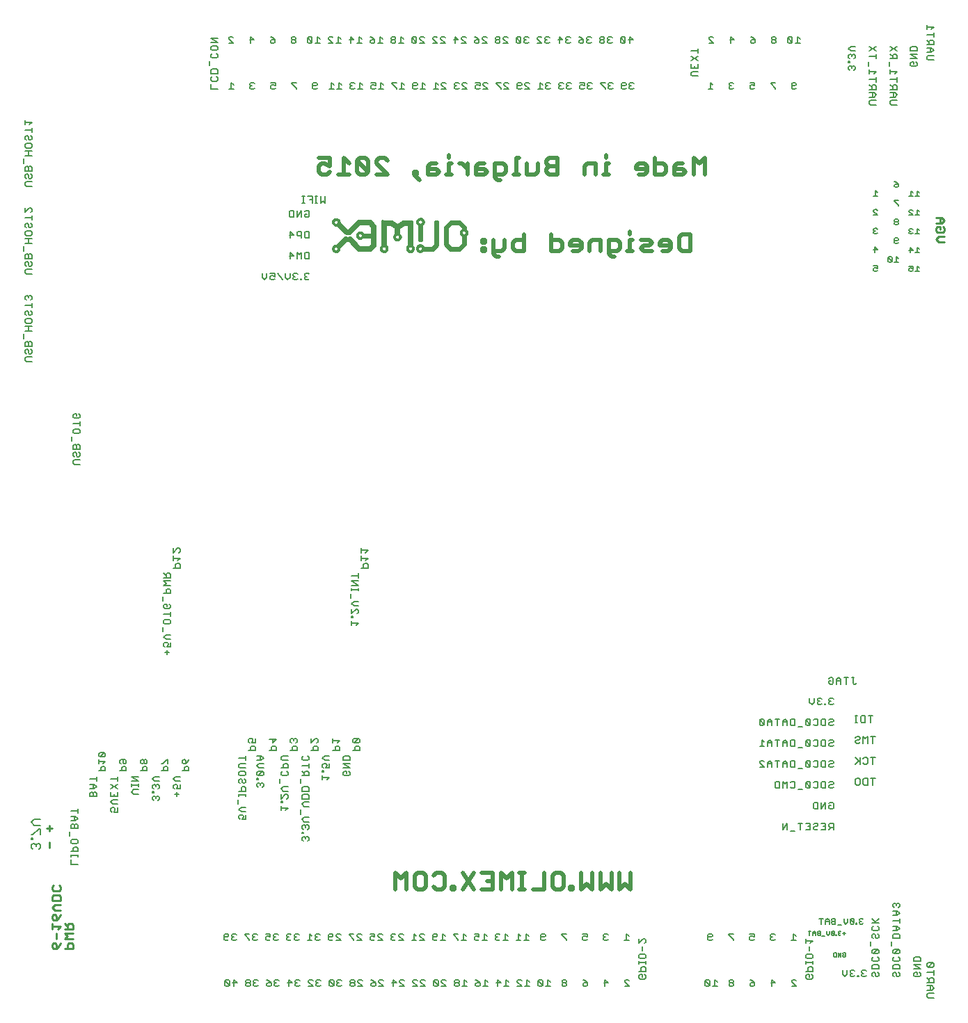
<source format=gbr>
G75*
G70*
%OFA0B0*%
%FSLAX24Y24*%
%IPPOS*%
%LPD*%
%AMOC8*
5,1,8,0,0,1.08239X$1,22.5*
%
%ADD10C,0.0100*%
%ADD11C,0.0080*%
%ADD12C,0.0200*%
%ADD13C,0.0060*%
%ADD14C,0.0050*%
%ADD15C,0.0240*%
%ADD16C,0.0120*%
%ADD17C,0.0220*%
%ADD18C,0.0260*%
%ADD19C,0.0140*%
%ADD20C,0.0070*%
D10*
X014320Y007303D02*
X014387Y007237D01*
X014520Y007237D01*
X014520Y007437D01*
X014454Y007504D01*
X014387Y007504D01*
X014320Y007437D01*
X014320Y007303D01*
X014520Y007237D02*
X014654Y007370D01*
X014720Y007504D01*
X014520Y007697D02*
X014520Y007964D01*
X014587Y008157D02*
X014720Y008291D01*
X014320Y008291D01*
X014320Y008424D02*
X014320Y008157D01*
X014387Y008618D02*
X014320Y008684D01*
X014320Y008818D01*
X014387Y008885D01*
X014454Y008885D01*
X014520Y008818D01*
X014520Y008618D01*
X014387Y008618D01*
X014520Y008618D02*
X014654Y008751D01*
X014720Y008885D01*
X014720Y009078D02*
X014454Y009078D01*
X014320Y009211D01*
X014454Y009345D01*
X014720Y009345D01*
X014720Y009538D02*
X014720Y009739D01*
X014654Y009805D01*
X014387Y009805D01*
X014320Y009739D01*
X014320Y009538D01*
X014720Y009538D01*
X014654Y009999D02*
X014387Y009999D01*
X014320Y010065D01*
X014320Y010199D01*
X014387Y010266D01*
X014654Y010266D02*
X014720Y010199D01*
X014720Y010065D01*
X014654Y009999D01*
X014920Y008424D02*
X015054Y008291D01*
X015054Y008357D02*
X015054Y008157D01*
X014920Y008157D02*
X015320Y008157D01*
X015320Y008357D01*
X015254Y008424D01*
X015120Y008424D01*
X015054Y008357D01*
X014920Y007964D02*
X015320Y007964D01*
X015320Y007697D02*
X014920Y007697D01*
X015054Y007830D01*
X014920Y007964D01*
X015120Y007504D02*
X015054Y007437D01*
X015054Y007237D01*
X014920Y007237D02*
X015320Y007237D01*
X015320Y007437D01*
X015254Y007504D01*
X015120Y007504D01*
X014170Y012076D02*
X014170Y012343D01*
X014170Y012876D02*
X014170Y013143D01*
X014304Y013010D02*
X014037Y013010D01*
X031890Y041177D02*
X031890Y041207D01*
X031890Y041177D02*
X032010Y041177D01*
X032010Y041207D01*
X032640Y042067D02*
X032640Y042097D01*
X032780Y042097D01*
X032780Y042067D01*
X056630Y042017D02*
X056897Y042017D01*
X057030Y042151D01*
X056897Y042284D01*
X056630Y042284D01*
X056830Y042284D02*
X056830Y042017D01*
X056830Y041824D02*
X056697Y041824D01*
X056630Y041757D01*
X056630Y041624D01*
X056697Y041557D01*
X056964Y041557D01*
X057030Y041624D01*
X057030Y041757D01*
X056964Y041824D01*
X056830Y041824D02*
X056830Y041690D01*
X056764Y041364D02*
X057030Y041364D01*
X056764Y041364D02*
X056630Y041230D01*
X056764Y041097D01*
X057030Y041097D01*
D11*
X054780Y047680D02*
X054514Y047680D01*
X054460Y047733D01*
X054460Y047840D01*
X054514Y047894D01*
X054780Y047894D01*
X054674Y048048D02*
X054780Y048155D01*
X054674Y048262D01*
X054460Y048262D01*
X054460Y048417D02*
X054780Y048417D01*
X054780Y048577D01*
X054727Y048630D01*
X054620Y048630D01*
X054567Y048577D01*
X054567Y048417D01*
X054567Y048523D02*
X054460Y048630D01*
X054460Y048892D02*
X054780Y048892D01*
X054780Y048785D02*
X054780Y048999D01*
X054674Y049153D02*
X054780Y049260D01*
X054460Y049260D01*
X054460Y049153D02*
X054460Y049367D01*
X054407Y049522D02*
X054407Y049735D01*
X054460Y049890D02*
X054780Y049890D01*
X054780Y050050D01*
X054727Y050103D01*
X054620Y050103D01*
X054567Y050050D01*
X054567Y049890D01*
X054567Y049997D02*
X054460Y050103D01*
X054460Y050258D02*
X054780Y050472D01*
X054780Y050258D02*
X054460Y050472D01*
X053780Y050472D02*
X053460Y050258D01*
X053460Y050472D02*
X053780Y050258D01*
X053780Y050103D02*
X053780Y049890D01*
X053780Y049997D02*
X053460Y049997D01*
X053407Y049735D02*
X053407Y049522D01*
X053460Y049367D02*
X053460Y049153D01*
X053460Y049260D02*
X053780Y049260D01*
X053674Y049153D01*
X053780Y048999D02*
X053780Y048785D01*
X053780Y048892D02*
X053460Y048892D01*
X053460Y048630D02*
X053567Y048523D01*
X053567Y048577D02*
X053567Y048417D01*
X053460Y048417D02*
X053780Y048417D01*
X053780Y048577D01*
X053727Y048630D01*
X053620Y048630D01*
X053567Y048577D01*
X053620Y048262D02*
X053620Y048048D01*
X053674Y048048D02*
X053780Y048155D01*
X053674Y048262D01*
X053460Y048262D01*
X053460Y048048D02*
X053674Y048048D01*
X053780Y047894D02*
X053514Y047894D01*
X053460Y047840D01*
X053460Y047733D01*
X053514Y047680D01*
X053780Y047680D01*
X054460Y048048D02*
X054674Y048048D01*
X054620Y048048D02*
X054620Y048262D01*
X055464Y049522D02*
X055410Y049575D01*
X055410Y049682D01*
X055464Y049735D01*
X055570Y049735D01*
X055570Y049628D01*
X055464Y049522D02*
X055677Y049522D01*
X055730Y049575D01*
X055730Y049682D01*
X055677Y049735D01*
X055730Y049890D02*
X055410Y050104D01*
X055730Y050104D01*
X055730Y050258D02*
X055730Y050418D01*
X055677Y050472D01*
X055464Y050472D01*
X055410Y050418D01*
X055410Y050258D01*
X055730Y050258D01*
X055730Y049890D02*
X055410Y049890D01*
X056210Y049880D02*
X056210Y049987D01*
X056264Y050040D01*
X056530Y050040D01*
X056424Y050195D02*
X056530Y050302D01*
X056424Y050408D01*
X056210Y050408D01*
X056210Y050563D02*
X056530Y050563D01*
X056530Y050723D01*
X056477Y050777D01*
X056370Y050777D01*
X056317Y050723D01*
X056317Y050563D01*
X056317Y050670D02*
X056210Y050777D01*
X056210Y051038D02*
X056530Y051038D01*
X056530Y050932D02*
X056530Y051145D01*
X056424Y051300D02*
X056530Y051407D01*
X056210Y051407D01*
X056210Y051513D02*
X056210Y051300D01*
X056370Y050408D02*
X056370Y050195D01*
X056424Y050195D02*
X056210Y050195D01*
X056210Y049880D02*
X056264Y049827D01*
X056530Y049827D01*
X052780Y049943D02*
X052780Y050050D01*
X052727Y050103D01*
X052674Y050103D01*
X052620Y050050D01*
X052567Y050103D01*
X052514Y050103D01*
X052460Y050050D01*
X052460Y049943D01*
X052514Y049890D01*
X052514Y049759D02*
X052460Y049759D01*
X052460Y049706D01*
X052514Y049706D01*
X052514Y049759D01*
X052514Y049551D02*
X052460Y049498D01*
X052460Y049391D01*
X052514Y049338D01*
X052620Y049444D02*
X052620Y049498D01*
X052567Y049551D01*
X052514Y049551D01*
X052620Y049498D02*
X052674Y049551D01*
X052727Y049551D01*
X052780Y049498D01*
X052780Y049391D01*
X052727Y049338D01*
X052727Y049890D02*
X052780Y049943D01*
X052620Y049997D02*
X052620Y050050D01*
X052567Y050258D02*
X052460Y050365D01*
X052567Y050472D01*
X052780Y050472D01*
X052780Y050258D02*
X052567Y050258D01*
X050130Y050627D02*
X049917Y050627D01*
X050023Y050627D02*
X050023Y050947D01*
X050130Y050840D01*
X049762Y050894D02*
X049762Y050680D01*
X049548Y050894D01*
X049548Y050680D01*
X049602Y050627D01*
X049709Y050627D01*
X049762Y050680D01*
X049762Y050894D02*
X049709Y050947D01*
X049602Y050947D01*
X049548Y050894D01*
X048980Y050894D02*
X048980Y050840D01*
X048927Y050787D01*
X048820Y050787D01*
X048767Y050733D01*
X048767Y050680D01*
X048820Y050627D01*
X048927Y050627D01*
X048980Y050680D01*
X048980Y050733D01*
X048927Y050787D01*
X048820Y050787D02*
X048767Y050840D01*
X048767Y050894D01*
X048820Y050947D01*
X048927Y050947D01*
X048980Y050894D01*
X047980Y050787D02*
X047820Y050787D01*
X047767Y050733D01*
X047767Y050680D01*
X047820Y050627D01*
X047927Y050627D01*
X047980Y050680D01*
X047980Y050787D01*
X047873Y050894D01*
X047767Y050947D01*
X046980Y050787D02*
X046767Y050787D01*
X046820Y050947D02*
X046980Y050787D01*
X046820Y050627D02*
X046820Y050947D01*
X045980Y050894D02*
X045927Y050947D01*
X045820Y050947D01*
X045767Y050894D01*
X045767Y050840D01*
X045980Y050627D01*
X045767Y050627D01*
X045230Y050372D02*
X045230Y050158D01*
X045230Y050265D02*
X044910Y050265D01*
X044910Y050004D02*
X045230Y049790D01*
X045230Y049635D02*
X045230Y049422D01*
X044910Y049422D01*
X044910Y049635D01*
X044910Y049790D02*
X045230Y050004D01*
X045070Y049528D02*
X045070Y049422D01*
X044964Y049267D02*
X045230Y049267D01*
X045230Y049053D02*
X044964Y049053D01*
X044910Y049107D01*
X044910Y049214D01*
X044964Y049267D01*
X045842Y048747D02*
X045842Y048427D01*
X045948Y048427D02*
X045735Y048427D01*
X045948Y048640D02*
X045842Y048747D01*
X046735Y048694D02*
X046735Y048640D01*
X046788Y048587D01*
X046735Y048533D01*
X046735Y048480D01*
X046788Y048427D01*
X046895Y048427D01*
X046948Y048480D01*
X046842Y048587D02*
X046788Y048587D01*
X046735Y048694D02*
X046788Y048747D01*
X046895Y048747D01*
X046948Y048694D01*
X047735Y048747D02*
X047948Y048747D01*
X047948Y048587D01*
X047842Y048640D01*
X047788Y048640D01*
X047735Y048587D01*
X047735Y048480D01*
X047788Y048427D01*
X047895Y048427D01*
X047948Y048480D01*
X048735Y048694D02*
X048948Y048480D01*
X048948Y048427D01*
X048948Y048747D02*
X048735Y048747D01*
X048735Y048694D01*
X049735Y048694D02*
X049735Y048480D01*
X049788Y048427D01*
X049895Y048427D01*
X049948Y048480D01*
X049895Y048587D02*
X049735Y048587D01*
X049735Y048694D02*
X049788Y048747D01*
X049895Y048747D01*
X049948Y048694D01*
X049948Y048640D01*
X049895Y048587D01*
X042167Y048480D02*
X042113Y048427D01*
X042007Y048427D01*
X041953Y048480D01*
X041953Y048533D01*
X042007Y048587D01*
X042060Y048587D01*
X042007Y048587D02*
X041953Y048640D01*
X041953Y048694D01*
X042007Y048747D01*
X042113Y048747D01*
X042167Y048694D01*
X041798Y048694D02*
X041798Y048640D01*
X041745Y048587D01*
X041585Y048587D01*
X041585Y048694D02*
X041638Y048747D01*
X041745Y048747D01*
X041798Y048694D01*
X041585Y048694D02*
X041585Y048480D01*
X041638Y048427D01*
X041745Y048427D01*
X041798Y048480D01*
X041167Y048480D02*
X041113Y048427D01*
X041007Y048427D01*
X040953Y048480D01*
X040953Y048533D01*
X041007Y048587D01*
X041060Y048587D01*
X041007Y048587D02*
X040953Y048640D01*
X040953Y048694D01*
X041007Y048747D01*
X041113Y048747D01*
X041167Y048694D01*
X040798Y048747D02*
X040585Y048747D01*
X040585Y048694D01*
X040798Y048480D01*
X040798Y048427D01*
X040167Y048480D02*
X040113Y048427D01*
X040007Y048427D01*
X039953Y048480D01*
X039953Y048533D01*
X040007Y048587D01*
X040060Y048587D01*
X040007Y048587D02*
X039953Y048640D01*
X039953Y048694D01*
X040007Y048747D01*
X040113Y048747D01*
X040167Y048694D01*
X039798Y048747D02*
X039798Y048587D01*
X039692Y048640D01*
X039638Y048640D01*
X039585Y048587D01*
X039585Y048480D01*
X039638Y048427D01*
X039745Y048427D01*
X039798Y048480D01*
X039798Y048747D02*
X039585Y048747D01*
X039167Y048694D02*
X039113Y048747D01*
X039007Y048747D01*
X038953Y048694D01*
X038953Y048640D01*
X039007Y048587D01*
X038953Y048533D01*
X038953Y048480D01*
X039007Y048427D01*
X039113Y048427D01*
X039167Y048480D01*
X039060Y048587D02*
X039007Y048587D01*
X038798Y048694D02*
X038745Y048747D01*
X038638Y048747D01*
X038585Y048694D01*
X038585Y048640D01*
X038638Y048587D01*
X038585Y048533D01*
X038585Y048480D01*
X038638Y048427D01*
X038745Y048427D01*
X038798Y048480D01*
X038692Y048587D02*
X038638Y048587D01*
X038167Y048694D02*
X038113Y048747D01*
X038007Y048747D01*
X037953Y048694D01*
X037953Y048640D01*
X038007Y048587D01*
X037953Y048533D01*
X037953Y048480D01*
X038007Y048427D01*
X038113Y048427D01*
X038167Y048480D01*
X038060Y048587D02*
X038007Y048587D01*
X037798Y048640D02*
X037692Y048747D01*
X037692Y048427D01*
X037798Y048427D02*
X037585Y048427D01*
X037167Y048427D02*
X036953Y048640D01*
X036953Y048694D01*
X037007Y048747D01*
X037113Y048747D01*
X037167Y048694D01*
X037167Y048427D02*
X036953Y048427D01*
X036798Y048480D02*
X036745Y048427D01*
X036638Y048427D01*
X036585Y048480D01*
X036585Y048694D01*
X036638Y048747D01*
X036745Y048747D01*
X036798Y048694D01*
X036798Y048640D01*
X036745Y048587D01*
X036585Y048587D01*
X036167Y048694D02*
X036113Y048747D01*
X036007Y048747D01*
X035953Y048694D01*
X035953Y048640D01*
X036167Y048427D01*
X035953Y048427D01*
X035798Y048427D02*
X035798Y048480D01*
X035585Y048694D01*
X035585Y048747D01*
X035798Y048747D01*
X035167Y048694D02*
X035113Y048747D01*
X035007Y048747D01*
X034953Y048694D01*
X034953Y048640D01*
X035167Y048427D01*
X034953Y048427D01*
X034798Y048480D02*
X034745Y048427D01*
X034638Y048427D01*
X034585Y048480D01*
X034585Y048587D01*
X034638Y048640D01*
X034692Y048640D01*
X034798Y048587D01*
X034798Y048747D01*
X034585Y048747D01*
X034167Y048694D02*
X034113Y048747D01*
X034007Y048747D01*
X033953Y048694D01*
X033953Y048640D01*
X034167Y048427D01*
X033953Y048427D01*
X033798Y048480D02*
X033745Y048427D01*
X033638Y048427D01*
X033585Y048480D01*
X033585Y048533D01*
X033638Y048587D01*
X033692Y048587D01*
X033638Y048587D02*
X033585Y048640D01*
X033585Y048694D01*
X033638Y048747D01*
X033745Y048747D01*
X033798Y048694D01*
X033167Y048694D02*
X033113Y048747D01*
X033007Y048747D01*
X032953Y048694D01*
X032953Y048640D01*
X033167Y048427D01*
X032953Y048427D01*
X032798Y048427D02*
X032585Y048427D01*
X032692Y048427D02*
X032692Y048747D01*
X032798Y048640D01*
X032167Y048640D02*
X032060Y048747D01*
X032060Y048427D01*
X032167Y048427D02*
X031953Y048427D01*
X031798Y048480D02*
X031745Y048427D01*
X031638Y048427D01*
X031585Y048480D01*
X031585Y048694D01*
X031638Y048747D01*
X031745Y048747D01*
X031798Y048694D01*
X031798Y048640D01*
X031745Y048587D01*
X031585Y048587D01*
X031167Y048640D02*
X031060Y048747D01*
X031060Y048427D01*
X031167Y048427D02*
X030953Y048427D01*
X030798Y048427D02*
X030798Y048480D01*
X030585Y048694D01*
X030585Y048747D01*
X030798Y048747D01*
X030167Y048640D02*
X030060Y048747D01*
X030060Y048427D01*
X030167Y048427D02*
X029953Y048427D01*
X029798Y048480D02*
X029745Y048427D01*
X029638Y048427D01*
X029585Y048480D01*
X029585Y048587D01*
X029638Y048640D01*
X029692Y048640D01*
X029798Y048587D01*
X029798Y048747D01*
X029585Y048747D01*
X029167Y048640D02*
X029060Y048747D01*
X029060Y048427D01*
X029167Y048427D02*
X028953Y048427D01*
X028798Y048480D02*
X028745Y048427D01*
X028638Y048427D01*
X028585Y048480D01*
X028585Y048533D01*
X028638Y048587D01*
X028692Y048587D01*
X028638Y048587D02*
X028585Y048640D01*
X028585Y048694D01*
X028638Y048747D01*
X028745Y048747D01*
X028798Y048694D01*
X028167Y048640D02*
X028060Y048747D01*
X028060Y048427D01*
X028167Y048427D02*
X027953Y048427D01*
X027798Y048427D02*
X027585Y048427D01*
X027692Y048427D02*
X027692Y048747D01*
X027798Y048640D01*
X026998Y048640D02*
X026945Y048587D01*
X026785Y048587D01*
X026785Y048694D02*
X026838Y048747D01*
X026945Y048747D01*
X026998Y048694D01*
X026998Y048640D01*
X026998Y048480D02*
X026945Y048427D01*
X026838Y048427D01*
X026785Y048480D01*
X026785Y048694D01*
X025998Y048747D02*
X025785Y048747D01*
X025785Y048694D01*
X025998Y048480D01*
X025998Y048427D01*
X024998Y048480D02*
X024945Y048427D01*
X024838Y048427D01*
X024785Y048480D01*
X024785Y048587D01*
X024838Y048640D01*
X024892Y048640D01*
X024998Y048587D01*
X024998Y048747D01*
X024785Y048747D01*
X023998Y048694D02*
X023945Y048747D01*
X023838Y048747D01*
X023785Y048694D01*
X023785Y048640D01*
X023838Y048587D01*
X023785Y048533D01*
X023785Y048480D01*
X023838Y048427D01*
X023945Y048427D01*
X023998Y048480D01*
X023892Y048587D02*
X023838Y048587D01*
X022998Y048640D02*
X022892Y048747D01*
X022892Y048427D01*
X022998Y048427D02*
X022785Y048427D01*
X022230Y048448D02*
X021910Y048448D01*
X021910Y048662D01*
X021964Y048817D02*
X021910Y048870D01*
X021910Y048977D01*
X021964Y049030D01*
X021910Y049185D02*
X021910Y049345D01*
X021964Y049399D01*
X022177Y049399D01*
X022230Y049345D01*
X022230Y049185D01*
X021910Y049185D01*
X022177Y049030D02*
X022230Y048977D01*
X022230Y048870D01*
X022177Y048817D01*
X021964Y048817D01*
X021857Y049553D02*
X021857Y049767D01*
X021964Y049922D02*
X021910Y049975D01*
X021910Y050082D01*
X021964Y050135D01*
X021964Y050290D02*
X021910Y050343D01*
X021910Y050450D01*
X021964Y050503D01*
X022177Y050503D01*
X022230Y050450D01*
X022230Y050343D01*
X022177Y050290D01*
X021964Y050290D01*
X022177Y050135D02*
X022230Y050082D01*
X022230Y049975D01*
X022177Y049922D01*
X021964Y049922D01*
X021910Y050658D02*
X022230Y050658D01*
X021910Y050872D01*
X022230Y050872D01*
X022767Y050894D02*
X022820Y050947D01*
X022927Y050947D01*
X022980Y050894D01*
X022767Y050894D02*
X022767Y050840D01*
X022980Y050627D01*
X022767Y050627D01*
X023767Y050787D02*
X023980Y050787D01*
X023820Y050947D01*
X023820Y050627D01*
X024767Y050680D02*
X024767Y050733D01*
X024820Y050787D01*
X024980Y050787D01*
X024980Y050680D01*
X024927Y050627D01*
X024820Y050627D01*
X024767Y050680D01*
X024873Y050894D02*
X024980Y050787D01*
X024873Y050894D02*
X024767Y050947D01*
X025767Y050894D02*
X025767Y050840D01*
X025820Y050787D01*
X025927Y050787D01*
X025980Y050840D01*
X025980Y050894D01*
X025927Y050947D01*
X025820Y050947D01*
X025767Y050894D01*
X025820Y050787D02*
X025767Y050733D01*
X025767Y050680D01*
X025820Y050627D01*
X025927Y050627D01*
X025980Y050680D01*
X025980Y050733D01*
X025927Y050787D01*
X026548Y050894D02*
X026762Y050680D01*
X026709Y050627D01*
X026602Y050627D01*
X026548Y050680D01*
X026548Y050894D01*
X026602Y050947D01*
X026709Y050947D01*
X026762Y050894D01*
X026762Y050680D01*
X026917Y050627D02*
X027130Y050627D01*
X027023Y050627D02*
X027023Y050947D01*
X027130Y050840D01*
X027548Y050840D02*
X027548Y050894D01*
X027602Y050947D01*
X027709Y050947D01*
X027762Y050894D01*
X027548Y050840D02*
X027762Y050627D01*
X027548Y050627D01*
X027917Y050627D02*
X028130Y050627D01*
X028023Y050627D02*
X028023Y050947D01*
X028130Y050840D01*
X028548Y050787D02*
X028762Y050787D01*
X028602Y050947D01*
X028602Y050627D01*
X028917Y050627D02*
X029130Y050627D01*
X029023Y050627D02*
X029023Y050947D01*
X029130Y050840D01*
X029548Y050733D02*
X029602Y050787D01*
X029762Y050787D01*
X029762Y050680D01*
X029709Y050627D01*
X029602Y050627D01*
X029548Y050680D01*
X029548Y050733D01*
X029655Y050894D02*
X029762Y050787D01*
X029655Y050894D02*
X029548Y050947D01*
X030023Y050947D02*
X030023Y050627D01*
X029917Y050627D02*
X030130Y050627D01*
X030130Y050840D02*
X030023Y050947D01*
X030548Y050894D02*
X030548Y050840D01*
X030602Y050787D01*
X030709Y050787D01*
X030762Y050840D01*
X030762Y050894D01*
X030709Y050947D01*
X030602Y050947D01*
X030548Y050894D01*
X030602Y050787D02*
X030548Y050733D01*
X030548Y050680D01*
X030602Y050627D01*
X030709Y050627D01*
X030762Y050680D01*
X030762Y050733D01*
X030709Y050787D01*
X030917Y050627D02*
X031130Y050627D01*
X031023Y050627D02*
X031023Y050947D01*
X031130Y050840D01*
X031548Y050894D02*
X031762Y050680D01*
X031709Y050627D01*
X031602Y050627D01*
X031548Y050680D01*
X031548Y050894D01*
X031602Y050947D01*
X031709Y050947D01*
X031762Y050894D01*
X031762Y050680D01*
X031917Y050627D02*
X032130Y050627D01*
X031917Y050840D01*
X031917Y050894D01*
X031970Y050947D01*
X032077Y050947D01*
X032130Y050894D01*
X032548Y050894D02*
X032602Y050947D01*
X032709Y050947D01*
X032762Y050894D01*
X032917Y050894D02*
X032970Y050947D01*
X033077Y050947D01*
X033130Y050894D01*
X032917Y050894D02*
X032917Y050840D01*
X033130Y050627D01*
X032917Y050627D01*
X032762Y050627D02*
X032548Y050840D01*
X032548Y050894D01*
X032548Y050627D02*
X032762Y050627D01*
X033548Y050787D02*
X033762Y050787D01*
X033602Y050947D01*
X033602Y050627D01*
X033917Y050627D02*
X034130Y050627D01*
X033917Y050840D01*
X033917Y050894D01*
X033970Y050947D01*
X034077Y050947D01*
X034130Y050894D01*
X034548Y050947D02*
X034655Y050894D01*
X034762Y050787D01*
X034602Y050787D01*
X034548Y050733D01*
X034548Y050680D01*
X034602Y050627D01*
X034709Y050627D01*
X034762Y050680D01*
X034762Y050787D01*
X034917Y050840D02*
X035130Y050627D01*
X034917Y050627D01*
X034917Y050840D02*
X034917Y050894D01*
X034970Y050947D01*
X035077Y050947D01*
X035130Y050894D01*
X035548Y050894D02*
X035548Y050840D01*
X035602Y050787D01*
X035709Y050787D01*
X035762Y050840D01*
X035762Y050894D01*
X035709Y050947D01*
X035602Y050947D01*
X035548Y050894D01*
X035602Y050787D02*
X035548Y050733D01*
X035548Y050680D01*
X035602Y050627D01*
X035709Y050627D01*
X035762Y050680D01*
X035762Y050733D01*
X035709Y050787D01*
X035917Y050840D02*
X035917Y050894D01*
X035970Y050947D01*
X036077Y050947D01*
X036130Y050894D01*
X035917Y050840D02*
X036130Y050627D01*
X035917Y050627D01*
X036548Y050680D02*
X036548Y050894D01*
X036762Y050680D01*
X036709Y050627D01*
X036602Y050627D01*
X036548Y050680D01*
X036548Y050894D02*
X036602Y050947D01*
X036709Y050947D01*
X036762Y050894D01*
X036762Y050680D01*
X036917Y050680D02*
X036970Y050627D01*
X037077Y050627D01*
X037130Y050680D01*
X037023Y050787D02*
X036970Y050787D01*
X036917Y050733D01*
X036917Y050680D01*
X036970Y050787D02*
X036917Y050840D01*
X036917Y050894D01*
X036970Y050947D01*
X037077Y050947D01*
X037130Y050894D01*
X037548Y050894D02*
X037602Y050947D01*
X037709Y050947D01*
X037762Y050894D01*
X037917Y050894D02*
X037917Y050840D01*
X037970Y050787D01*
X037917Y050733D01*
X037917Y050680D01*
X037970Y050627D01*
X038077Y050627D01*
X038130Y050680D01*
X038023Y050787D02*
X037970Y050787D01*
X037917Y050894D02*
X037970Y050947D01*
X038077Y050947D01*
X038130Y050894D01*
X038548Y050787D02*
X038762Y050787D01*
X038602Y050947D01*
X038602Y050627D01*
X038917Y050680D02*
X038970Y050627D01*
X039077Y050627D01*
X039130Y050680D01*
X039023Y050787D02*
X038970Y050787D01*
X038917Y050733D01*
X038917Y050680D01*
X038970Y050787D02*
X038917Y050840D01*
X038917Y050894D01*
X038970Y050947D01*
X039077Y050947D01*
X039130Y050894D01*
X039548Y050947D02*
X039655Y050894D01*
X039762Y050787D01*
X039602Y050787D01*
X039548Y050733D01*
X039548Y050680D01*
X039602Y050627D01*
X039709Y050627D01*
X039762Y050680D01*
X039762Y050787D01*
X039917Y050840D02*
X039970Y050787D01*
X039917Y050733D01*
X039917Y050680D01*
X039970Y050627D01*
X040077Y050627D01*
X040130Y050680D01*
X040023Y050787D02*
X039970Y050787D01*
X039917Y050840D02*
X039917Y050894D01*
X039970Y050947D01*
X040077Y050947D01*
X040130Y050894D01*
X040548Y050894D02*
X040548Y050840D01*
X040602Y050787D01*
X040709Y050787D01*
X040762Y050840D01*
X040762Y050894D01*
X040709Y050947D01*
X040602Y050947D01*
X040548Y050894D01*
X040602Y050787D02*
X040548Y050733D01*
X040548Y050680D01*
X040602Y050627D01*
X040709Y050627D01*
X040762Y050680D01*
X040762Y050733D01*
X040709Y050787D01*
X040917Y050840D02*
X040970Y050787D01*
X040917Y050733D01*
X040917Y050680D01*
X040970Y050627D01*
X041077Y050627D01*
X041130Y050680D01*
X041023Y050787D02*
X040970Y050787D01*
X040917Y050840D02*
X040917Y050894D01*
X040970Y050947D01*
X041077Y050947D01*
X041130Y050894D01*
X041548Y050894D02*
X041762Y050680D01*
X041709Y050627D01*
X041602Y050627D01*
X041548Y050680D01*
X041548Y050894D01*
X041602Y050947D01*
X041709Y050947D01*
X041762Y050894D01*
X041762Y050680D01*
X041917Y050787D02*
X042130Y050787D01*
X041970Y050947D01*
X041970Y050627D01*
X037762Y050627D02*
X037548Y050840D01*
X037548Y050894D01*
X037548Y050627D02*
X037762Y050627D01*
X027380Y043287D02*
X027380Y042967D01*
X027273Y043073D01*
X027167Y042967D01*
X027167Y043287D01*
X027012Y043287D02*
X026905Y043287D01*
X026959Y043287D02*
X026959Y042967D01*
X027012Y042967D02*
X026905Y042967D01*
X026766Y042967D02*
X026766Y043287D01*
X026553Y043287D01*
X026398Y043287D02*
X026291Y043287D01*
X026345Y043287D02*
X026345Y042967D01*
X026398Y042967D02*
X026291Y042967D01*
X026252Y042607D02*
X026038Y042287D01*
X026038Y042607D01*
X025884Y042607D02*
X025723Y042607D01*
X025670Y042554D01*
X025670Y042340D01*
X025723Y042287D01*
X025884Y042287D01*
X025884Y042607D01*
X026252Y042607D02*
X026252Y042287D01*
X026407Y042340D02*
X026407Y042447D01*
X026513Y042447D01*
X026407Y042554D02*
X026460Y042607D01*
X026567Y042607D01*
X026620Y042554D01*
X026620Y042340D01*
X026567Y042287D01*
X026460Y042287D01*
X026407Y042340D01*
X026460Y041607D02*
X026620Y041607D01*
X026620Y041287D01*
X026460Y041287D01*
X026407Y041340D01*
X026407Y041554D01*
X026460Y041607D01*
X026252Y041607D02*
X026252Y041287D01*
X026252Y041393D02*
X026092Y041393D01*
X026038Y041447D01*
X026038Y041554D01*
X026092Y041607D01*
X026252Y041607D01*
X025884Y041447D02*
X025670Y041447D01*
X025723Y041287D02*
X025723Y041607D01*
X025884Y041447D01*
X026038Y040607D02*
X026038Y040287D01*
X026252Y040287D02*
X026252Y040607D01*
X026145Y040500D01*
X026038Y040607D01*
X025884Y040447D02*
X025670Y040447D01*
X025723Y040607D02*
X025884Y040447D01*
X025723Y040287D02*
X025723Y040607D01*
X026407Y040554D02*
X026460Y040607D01*
X026620Y040607D01*
X026620Y040287D01*
X026460Y040287D01*
X026407Y040340D01*
X026407Y040554D01*
X026460Y039607D02*
X026407Y039554D01*
X026407Y039500D01*
X026460Y039447D01*
X026407Y039393D01*
X026407Y039340D01*
X026460Y039287D01*
X026567Y039287D01*
X026620Y039340D01*
X026513Y039447D02*
X026460Y039447D01*
X026460Y039607D02*
X026567Y039607D01*
X026620Y039554D01*
X026252Y039340D02*
X026199Y039340D01*
X026199Y039287D01*
X026252Y039287D01*
X026252Y039340D01*
X026068Y039340D02*
X026014Y039287D01*
X025908Y039287D01*
X025854Y039340D01*
X025854Y039393D01*
X025908Y039447D01*
X025961Y039447D01*
X025908Y039447D02*
X025854Y039500D01*
X025854Y039554D01*
X025908Y039607D01*
X026014Y039607D01*
X026068Y039554D01*
X025699Y039607D02*
X025699Y039393D01*
X025593Y039287D01*
X025486Y039393D01*
X025486Y039607D01*
X025331Y039287D02*
X025118Y039607D01*
X024963Y039607D02*
X024963Y039447D01*
X024856Y039500D01*
X024803Y039500D01*
X024749Y039447D01*
X024749Y039340D01*
X024803Y039287D01*
X024909Y039287D01*
X024963Y039340D01*
X024963Y039607D02*
X024749Y039607D01*
X024594Y039607D02*
X024594Y039393D01*
X024488Y039287D01*
X024381Y039393D01*
X024381Y039607D01*
X026660Y043127D02*
X026766Y043127D01*
X015630Y032818D02*
X015630Y032712D01*
X015577Y032658D01*
X015364Y032658D01*
X015310Y032712D01*
X015310Y032818D01*
X015364Y032872D01*
X015470Y032872D01*
X015470Y032765D01*
X015577Y032872D02*
X015630Y032818D01*
X015630Y032503D02*
X015630Y032290D01*
X015630Y032397D02*
X015310Y032397D01*
X015364Y032135D02*
X015577Y032135D01*
X015630Y032082D01*
X015630Y031975D01*
X015577Y031922D01*
X015364Y031922D01*
X015310Y031975D01*
X015310Y032082D01*
X015364Y032135D01*
X015257Y031767D02*
X015257Y031553D01*
X015364Y031399D02*
X015310Y031345D01*
X015310Y031185D01*
X015630Y031185D01*
X015630Y031345D01*
X015577Y031399D01*
X015524Y031399D01*
X015470Y031345D01*
X015470Y031185D01*
X015470Y031345D02*
X015417Y031399D01*
X015364Y031399D01*
X015364Y031030D02*
X015310Y030977D01*
X015310Y030870D01*
X015364Y030817D01*
X015470Y030870D02*
X015470Y030977D01*
X015417Y031030D01*
X015364Y031030D01*
X015470Y030870D02*
X015524Y030817D01*
X015577Y030817D01*
X015630Y030870D01*
X015630Y030977D01*
X015577Y031030D01*
X015630Y030662D02*
X015364Y030662D01*
X015310Y030609D01*
X015310Y030502D01*
X015364Y030448D01*
X015630Y030448D01*
X020110Y026427D02*
X020110Y026213D01*
X020324Y026427D01*
X020377Y026427D01*
X020430Y026373D01*
X020430Y026267D01*
X020377Y026213D01*
X020430Y025952D02*
X020110Y025952D01*
X020110Y026058D02*
X020110Y025845D01*
X020324Y025845D02*
X020430Y025952D01*
X020377Y025690D02*
X020270Y025690D01*
X020217Y025637D01*
X020217Y025477D01*
X020110Y025477D02*
X020430Y025477D01*
X020430Y025637D01*
X020377Y025690D01*
X019927Y025222D02*
X019820Y025222D01*
X019767Y025168D01*
X019767Y025008D01*
X019660Y025008D02*
X019980Y025008D01*
X019980Y025168D01*
X019927Y025222D01*
X019767Y025115D02*
X019660Y025222D01*
X019660Y024853D02*
X019980Y024853D01*
X019980Y024640D02*
X019660Y024640D01*
X019767Y024747D01*
X019660Y024853D01*
X019820Y024485D02*
X019767Y024432D01*
X019767Y024272D01*
X019660Y024272D02*
X019980Y024272D01*
X019980Y024432D01*
X019927Y024485D01*
X019820Y024485D01*
X019607Y024117D02*
X019607Y023903D01*
X019714Y023749D02*
X019820Y023749D01*
X019820Y023642D01*
X019714Y023749D02*
X019660Y023695D01*
X019660Y023588D01*
X019714Y023535D01*
X019927Y023535D01*
X019980Y023588D01*
X019980Y023695D01*
X019927Y023749D01*
X019980Y023380D02*
X019980Y023167D01*
X019980Y023273D02*
X019660Y023273D01*
X019714Y023012D02*
X019927Y023012D01*
X019980Y022959D01*
X019980Y022852D01*
X019927Y022798D01*
X019714Y022798D01*
X019660Y022852D01*
X019660Y022959D01*
X019714Y023012D01*
X019607Y022644D02*
X019607Y022430D01*
X019767Y022275D02*
X019980Y022275D01*
X019767Y022275D02*
X019660Y022169D01*
X019767Y022062D01*
X019980Y022062D01*
X019980Y021907D02*
X019980Y021693D01*
X019820Y021693D01*
X019874Y021800D01*
X019874Y021854D01*
X019820Y021907D01*
X019714Y021907D01*
X019660Y021854D01*
X019660Y021747D01*
X019714Y021693D01*
X019820Y021539D02*
X019820Y021325D01*
X019714Y021432D02*
X019927Y021432D01*
X023764Y017308D02*
X023710Y017255D01*
X023710Y017148D01*
X023764Y017095D01*
X023870Y017095D02*
X023924Y017202D01*
X023924Y017255D01*
X023870Y017308D01*
X023764Y017308D01*
X023870Y017095D02*
X024030Y017095D01*
X024030Y017308D01*
X023977Y016940D02*
X023870Y016940D01*
X023817Y016887D01*
X023817Y016727D01*
X023710Y016727D02*
X024030Y016727D01*
X024030Y016887D01*
X023977Y016940D01*
X024110Y016472D02*
X024324Y016472D01*
X024430Y016365D01*
X024324Y016258D01*
X024110Y016258D01*
X024270Y016258D02*
X024270Y016472D01*
X024217Y016103D02*
X024430Y016103D01*
X024430Y015890D02*
X024217Y015890D01*
X024110Y015997D01*
X024217Y016103D01*
X024164Y015735D02*
X024110Y015682D01*
X024110Y015575D01*
X024164Y015522D01*
X024377Y015735D01*
X024164Y015735D01*
X024377Y015735D02*
X024430Y015682D01*
X024430Y015575D01*
X024377Y015522D01*
X024164Y015522D01*
X024164Y015391D02*
X024110Y015391D01*
X024110Y015338D01*
X024164Y015338D01*
X024164Y015391D01*
X024164Y015183D02*
X024110Y015129D01*
X024110Y015023D01*
X024164Y014969D01*
X024270Y015076D02*
X024270Y015129D01*
X024217Y015183D01*
X024164Y015183D01*
X024270Y015129D02*
X024324Y015183D01*
X024377Y015183D01*
X024430Y015129D01*
X024430Y015023D01*
X024377Y014969D01*
X025227Y015153D02*
X025227Y015367D01*
X025334Y015522D02*
X025280Y015575D01*
X025280Y015682D01*
X025334Y015735D01*
X025387Y015890D02*
X025387Y016050D01*
X025440Y016103D01*
X025547Y016103D01*
X025600Y016050D01*
X025600Y015890D01*
X025280Y015890D01*
X025547Y015735D02*
X025600Y015682D01*
X025600Y015575D01*
X025547Y015522D01*
X025334Y015522D01*
X025387Y014999D02*
X025600Y014999D01*
X025387Y014999D02*
X025280Y014892D01*
X025387Y014785D01*
X025600Y014785D01*
X025547Y014630D02*
X025600Y014577D01*
X025600Y014470D01*
X025547Y014417D01*
X025547Y014630D02*
X025494Y014630D01*
X025280Y014417D01*
X025280Y014630D01*
X025280Y014286D02*
X025280Y014233D01*
X025334Y014233D01*
X025334Y014286D01*
X025280Y014286D01*
X025280Y014078D02*
X025280Y013864D01*
X025280Y013971D02*
X025600Y013971D01*
X025494Y013864D01*
X026227Y013894D02*
X026227Y013680D01*
X026387Y013525D02*
X026280Y013419D01*
X026387Y013312D01*
X026600Y013312D01*
X026547Y013157D02*
X026494Y013157D01*
X026440Y013104D01*
X026387Y013157D01*
X026334Y013157D01*
X026280Y013104D01*
X026280Y012997D01*
X026334Y012943D01*
X026334Y012813D02*
X026280Y012813D01*
X026280Y012759D01*
X026334Y012759D01*
X026334Y012813D01*
X026334Y012605D02*
X026280Y012551D01*
X026280Y012444D01*
X026334Y012391D01*
X026440Y012498D02*
X026440Y012551D01*
X026387Y012605D01*
X026334Y012605D01*
X026440Y012551D02*
X026494Y012605D01*
X026547Y012605D01*
X026600Y012551D01*
X026600Y012444D01*
X026547Y012391D01*
X026547Y012943D02*
X026600Y012997D01*
X026600Y013104D01*
X026547Y013157D01*
X026440Y013104D02*
X026440Y013050D01*
X026387Y013525D02*
X026600Y013525D01*
X026600Y014048D02*
X026387Y014048D01*
X026280Y014155D01*
X026387Y014262D01*
X026600Y014262D01*
X026600Y014417D02*
X026600Y014577D01*
X026547Y014630D01*
X026334Y014630D01*
X026280Y014577D01*
X026280Y014417D01*
X026600Y014417D01*
X026600Y014785D02*
X026280Y014785D01*
X026280Y014945D01*
X026334Y014999D01*
X026547Y014999D01*
X026600Y014945D01*
X026600Y014785D01*
X026227Y015153D02*
X026227Y015367D01*
X026280Y015522D02*
X026600Y015522D01*
X026600Y015682D01*
X026547Y015735D01*
X026440Y015735D01*
X026387Y015682D01*
X026387Y015522D01*
X026387Y015628D02*
X026280Y015735D01*
X026280Y015997D02*
X026600Y015997D01*
X026600Y016103D02*
X026600Y015890D01*
X026547Y016258D02*
X026334Y016258D01*
X026280Y016312D01*
X026280Y016418D01*
X026334Y016472D01*
X026547Y016472D02*
X026600Y016418D01*
X026600Y016312D01*
X026547Y016258D01*
X026710Y016727D02*
X027030Y016727D01*
X027030Y016887D01*
X026977Y016940D01*
X026870Y016940D01*
X026817Y016887D01*
X026817Y016727D01*
X026710Y017095D02*
X026924Y017308D01*
X026977Y017308D01*
X027030Y017255D01*
X027030Y017148D01*
X026977Y017095D01*
X026710Y017095D02*
X026710Y017308D01*
X026030Y017255D02*
X025977Y017308D01*
X025924Y017308D01*
X025870Y017255D01*
X025817Y017308D01*
X025764Y017308D01*
X025710Y017255D01*
X025710Y017148D01*
X025764Y017095D01*
X025870Y017202D02*
X025870Y017255D01*
X026030Y017255D02*
X026030Y017148D01*
X025977Y017095D01*
X025977Y016940D02*
X025870Y016940D01*
X025817Y016887D01*
X025817Y016727D01*
X025710Y016727D02*
X026030Y016727D01*
X026030Y016887D01*
X025977Y016940D01*
X025600Y016472D02*
X025334Y016472D01*
X025280Y016418D01*
X025280Y016312D01*
X025334Y016258D01*
X025600Y016258D01*
X025030Y016727D02*
X025030Y016887D01*
X024977Y016940D01*
X024870Y016940D01*
X024817Y016887D01*
X024817Y016727D01*
X024710Y016727D02*
X025030Y016727D01*
X024870Y017095D02*
X024870Y017308D01*
X024710Y017255D02*
X025030Y017255D01*
X024870Y017095D01*
X023580Y016472D02*
X023580Y016258D01*
X023580Y016365D02*
X023260Y016365D01*
X023314Y016103D02*
X023580Y016103D01*
X023580Y015890D02*
X023314Y015890D01*
X023260Y015943D01*
X023260Y016050D01*
X023314Y016103D01*
X023314Y015735D02*
X023527Y015735D01*
X023580Y015682D01*
X023580Y015575D01*
X023527Y015522D01*
X023314Y015522D01*
X023260Y015575D01*
X023260Y015682D01*
X023314Y015735D01*
X023314Y015367D02*
X023260Y015313D01*
X023260Y015207D01*
X023314Y015153D01*
X023420Y015207D02*
X023420Y015313D01*
X023367Y015367D01*
X023314Y015367D01*
X023420Y015207D02*
X023474Y015153D01*
X023527Y015153D01*
X023580Y015207D01*
X023580Y015313D01*
X023527Y015367D01*
X023527Y014999D02*
X023420Y014999D01*
X023367Y014945D01*
X023367Y014785D01*
X023260Y014785D02*
X023580Y014785D01*
X023580Y014945D01*
X023527Y014999D01*
X023580Y014646D02*
X023580Y014539D01*
X023580Y014593D02*
X023260Y014593D01*
X023260Y014646D02*
X023260Y014539D01*
X023207Y014385D02*
X023207Y014171D01*
X023367Y014016D02*
X023580Y014016D01*
X023367Y014016D02*
X023260Y013910D01*
X023367Y013803D01*
X023580Y013803D01*
X023580Y013648D02*
X023580Y013435D01*
X023420Y013435D01*
X023474Y013541D01*
X023474Y013595D01*
X023420Y013648D01*
X023314Y013648D01*
X023260Y013595D01*
X023260Y013488D01*
X023314Y013435D01*
X020377Y014628D02*
X020164Y014628D01*
X020270Y014522D02*
X020270Y014735D01*
X020270Y014890D02*
X020324Y014997D01*
X020324Y015050D01*
X020270Y015104D01*
X020164Y015104D01*
X020110Y015050D01*
X020110Y014943D01*
X020164Y014890D01*
X020270Y014890D02*
X020430Y014890D01*
X020430Y015104D01*
X020430Y015258D02*
X020217Y015258D01*
X020110Y015365D01*
X020217Y015472D01*
X020430Y015472D01*
X019430Y015472D02*
X019217Y015472D01*
X019110Y015365D01*
X019217Y015258D01*
X019430Y015258D01*
X019377Y015103D02*
X019324Y015103D01*
X019270Y015050D01*
X019217Y015103D01*
X019164Y015103D01*
X019110Y015050D01*
X019110Y014943D01*
X019164Y014890D01*
X019164Y014759D02*
X019110Y014759D01*
X019110Y014706D01*
X019164Y014706D01*
X019164Y014759D01*
X019164Y014551D02*
X019110Y014498D01*
X019110Y014391D01*
X019164Y014338D01*
X019270Y014444D02*
X019270Y014498D01*
X019217Y014551D01*
X019164Y014551D01*
X019270Y014498D02*
X019324Y014551D01*
X019377Y014551D01*
X019430Y014498D01*
X019430Y014391D01*
X019377Y014338D01*
X019377Y014890D02*
X019430Y014943D01*
X019430Y015050D01*
X019377Y015103D01*
X019270Y015050D02*
X019270Y014997D01*
X018430Y015013D02*
X018430Y015119D01*
X018430Y015066D02*
X018110Y015066D01*
X018110Y015013D02*
X018110Y015119D01*
X018110Y015258D02*
X018430Y015258D01*
X018110Y015472D01*
X018430Y015472D01*
X018430Y014858D02*
X018217Y014858D01*
X018110Y014751D01*
X018217Y014644D01*
X018430Y014644D01*
X017430Y014735D02*
X017430Y014522D01*
X017110Y014522D01*
X017110Y014735D01*
X017110Y014890D02*
X017430Y015104D01*
X017430Y015258D02*
X017430Y015472D01*
X017430Y015365D02*
X017110Y015365D01*
X017110Y015104D02*
X017430Y014890D01*
X017270Y014628D02*
X017270Y014522D01*
X017217Y014367D02*
X017430Y014367D01*
X017217Y014367D02*
X017110Y014260D01*
X017217Y014153D01*
X017430Y014153D01*
X017430Y013999D02*
X017430Y013785D01*
X017270Y013785D01*
X017324Y013892D01*
X017324Y013945D01*
X017270Y013999D01*
X017164Y013999D01*
X017110Y013945D01*
X017110Y013838D01*
X017164Y013785D01*
X016430Y014522D02*
X016110Y014522D01*
X016110Y014682D01*
X016164Y014735D01*
X016217Y014735D01*
X016270Y014682D01*
X016270Y014522D01*
X016270Y014682D02*
X016324Y014735D01*
X016377Y014735D01*
X016430Y014682D01*
X016430Y014522D01*
X016324Y014890D02*
X016430Y014997D01*
X016324Y015104D01*
X016110Y015104D01*
X016270Y015104D02*
X016270Y014890D01*
X016324Y014890D02*
X016110Y014890D01*
X016110Y015365D02*
X016430Y015365D01*
X016430Y015258D02*
X016430Y015472D01*
X015530Y013945D02*
X015530Y013732D01*
X015530Y013839D02*
X015210Y013839D01*
X015210Y013577D02*
X015424Y013577D01*
X015530Y013470D01*
X015424Y013364D01*
X015210Y013364D01*
X015370Y013364D02*
X015370Y013577D01*
X015317Y013209D02*
X015264Y013209D01*
X015210Y013155D01*
X015210Y012995D01*
X015530Y012995D01*
X015530Y013155D01*
X015477Y013209D01*
X015424Y013209D01*
X015370Y013155D01*
X015370Y012995D01*
X015370Y013155D02*
X015317Y013209D01*
X015157Y012841D02*
X015157Y012627D01*
X015264Y012472D02*
X015477Y012472D01*
X015530Y012419D01*
X015530Y012312D01*
X015477Y012259D01*
X015264Y012259D01*
X015210Y012312D01*
X015210Y012419D01*
X015264Y012472D01*
X015370Y012104D02*
X015317Y012051D01*
X015317Y011890D01*
X015210Y011890D02*
X015530Y011890D01*
X015530Y012051D01*
X015477Y012104D01*
X015370Y012104D01*
X015210Y011752D02*
X015210Y011645D01*
X015210Y011698D02*
X015530Y011698D01*
X015530Y011645D02*
X015530Y011752D01*
X015210Y011490D02*
X015210Y011277D01*
X015530Y011277D01*
X013741Y012065D02*
X013741Y012205D01*
X013670Y012276D01*
X013600Y012276D01*
X013530Y012205D01*
X013460Y012276D01*
X013390Y012276D01*
X013320Y012205D01*
X013320Y012065D01*
X013390Y011995D01*
X013530Y012135D02*
X013530Y012205D01*
X013670Y011995D02*
X013741Y012065D01*
X013390Y012456D02*
X013390Y012526D01*
X013320Y012526D01*
X013320Y012456D01*
X013390Y012456D01*
X013390Y012686D02*
X013320Y012686D01*
X013390Y012686D02*
X013670Y012966D01*
X013741Y012966D01*
X013741Y012686D01*
X013741Y013146D02*
X013460Y013146D01*
X013320Y013286D01*
X013460Y013426D01*
X013741Y013426D01*
X022548Y007894D02*
X022548Y007680D01*
X022602Y007627D01*
X022709Y007627D01*
X022762Y007680D01*
X022709Y007787D02*
X022548Y007787D01*
X022548Y007894D02*
X022602Y007947D01*
X022709Y007947D01*
X022762Y007894D01*
X022762Y007840D01*
X022709Y007787D01*
X022917Y007840D02*
X022970Y007787D01*
X022917Y007733D01*
X022917Y007680D01*
X022970Y007627D01*
X023077Y007627D01*
X023130Y007680D01*
X023023Y007787D02*
X022970Y007787D01*
X022917Y007840D02*
X022917Y007894D01*
X022970Y007947D01*
X023077Y007947D01*
X023130Y007894D01*
X023548Y007894D02*
X023762Y007680D01*
X023762Y007627D01*
X023917Y007680D02*
X023970Y007627D01*
X024077Y007627D01*
X024130Y007680D01*
X024023Y007787D02*
X023970Y007787D01*
X023917Y007733D01*
X023917Y007680D01*
X023970Y007787D02*
X023917Y007840D01*
X023917Y007894D01*
X023970Y007947D01*
X024077Y007947D01*
X024130Y007894D01*
X023762Y007947D02*
X023548Y007947D01*
X023548Y007894D01*
X024548Y007947D02*
X024762Y007947D01*
X024762Y007787D01*
X024655Y007840D01*
X024602Y007840D01*
X024548Y007787D01*
X024548Y007680D01*
X024602Y007627D01*
X024709Y007627D01*
X024762Y007680D01*
X024917Y007680D02*
X024970Y007627D01*
X025077Y007627D01*
X025130Y007680D01*
X025023Y007787D02*
X024970Y007787D01*
X024917Y007733D01*
X024917Y007680D01*
X024970Y007787D02*
X024917Y007840D01*
X024917Y007894D01*
X024970Y007947D01*
X025077Y007947D01*
X025130Y007894D01*
X025548Y007894D02*
X025548Y007840D01*
X025602Y007787D01*
X025548Y007733D01*
X025548Y007680D01*
X025602Y007627D01*
X025709Y007627D01*
X025762Y007680D01*
X025655Y007787D02*
X025602Y007787D01*
X025548Y007894D02*
X025602Y007947D01*
X025709Y007947D01*
X025762Y007894D01*
X025917Y007894D02*
X025917Y007840D01*
X025970Y007787D01*
X025917Y007733D01*
X025917Y007680D01*
X025970Y007627D01*
X026077Y007627D01*
X026130Y007680D01*
X026023Y007787D02*
X025970Y007787D01*
X025917Y007894D02*
X025970Y007947D01*
X026077Y007947D01*
X026130Y007894D01*
X026548Y007627D02*
X026762Y007627D01*
X026655Y007627D02*
X026655Y007947D01*
X026762Y007840D01*
X026917Y007840D02*
X026970Y007787D01*
X026917Y007733D01*
X026917Y007680D01*
X026970Y007627D01*
X027077Y007627D01*
X027130Y007680D01*
X027023Y007787D02*
X026970Y007787D01*
X026917Y007840D02*
X026917Y007894D01*
X026970Y007947D01*
X027077Y007947D01*
X027130Y007894D01*
X027548Y007894D02*
X027602Y007947D01*
X027709Y007947D01*
X027762Y007894D01*
X027762Y007840D01*
X027709Y007787D01*
X027548Y007787D01*
X027548Y007680D02*
X027548Y007894D01*
X027548Y007680D02*
X027602Y007627D01*
X027709Y007627D01*
X027762Y007680D01*
X027917Y007627D02*
X028130Y007627D01*
X027917Y007840D01*
X027917Y007894D01*
X027970Y007947D01*
X028077Y007947D01*
X028130Y007894D01*
X028548Y007894D02*
X028762Y007680D01*
X028762Y007627D01*
X028917Y007627D02*
X029130Y007627D01*
X028917Y007840D01*
X028917Y007894D01*
X028970Y007947D01*
X029077Y007947D01*
X029130Y007894D01*
X028762Y007947D02*
X028548Y007947D01*
X028548Y007894D01*
X029548Y007947D02*
X029762Y007947D01*
X029762Y007787D01*
X029655Y007840D01*
X029602Y007840D01*
X029548Y007787D01*
X029548Y007680D01*
X029602Y007627D01*
X029709Y007627D01*
X029762Y007680D01*
X029917Y007627D02*
X030130Y007627D01*
X029917Y007840D01*
X029917Y007894D01*
X029970Y007947D01*
X030077Y007947D01*
X030130Y007894D01*
X030548Y007894D02*
X030548Y007840D01*
X030602Y007787D01*
X030548Y007733D01*
X030548Y007680D01*
X030602Y007627D01*
X030709Y007627D01*
X030762Y007680D01*
X030655Y007787D02*
X030602Y007787D01*
X030548Y007894D02*
X030602Y007947D01*
X030709Y007947D01*
X030762Y007894D01*
X030917Y007894D02*
X030970Y007947D01*
X031077Y007947D01*
X031130Y007894D01*
X030917Y007894D02*
X030917Y007840D01*
X031130Y007627D01*
X030917Y007627D01*
X031548Y007627D02*
X031762Y007627D01*
X031655Y007627D02*
X031655Y007947D01*
X031762Y007840D01*
X031917Y007840D02*
X031917Y007894D01*
X031970Y007947D01*
X032077Y007947D01*
X032130Y007894D01*
X031917Y007840D02*
X032130Y007627D01*
X031917Y007627D01*
X032548Y007680D02*
X032548Y007894D01*
X032602Y007947D01*
X032709Y007947D01*
X032762Y007894D01*
X032762Y007840D01*
X032709Y007787D01*
X032548Y007787D01*
X032548Y007680D02*
X032602Y007627D01*
X032709Y007627D01*
X032762Y007680D01*
X032917Y007627D02*
X033130Y007627D01*
X033023Y007627D02*
X033023Y007947D01*
X033130Y007840D01*
X033548Y007894D02*
X033762Y007680D01*
X033762Y007627D01*
X033917Y007627D02*
X034130Y007627D01*
X034023Y007627D02*
X034023Y007947D01*
X034130Y007840D01*
X033762Y007947D02*
X033548Y007947D01*
X033548Y007894D01*
X034548Y007947D02*
X034762Y007947D01*
X034762Y007787D01*
X034655Y007840D01*
X034602Y007840D01*
X034548Y007787D01*
X034548Y007680D01*
X034602Y007627D01*
X034709Y007627D01*
X034762Y007680D01*
X034917Y007627D02*
X035130Y007627D01*
X035023Y007627D02*
X035023Y007947D01*
X035130Y007840D01*
X035548Y007840D02*
X035602Y007787D01*
X035548Y007733D01*
X035548Y007680D01*
X035602Y007627D01*
X035709Y007627D01*
X035762Y007680D01*
X035655Y007787D02*
X035602Y007787D01*
X035548Y007840D02*
X035548Y007894D01*
X035602Y007947D01*
X035709Y007947D01*
X035762Y007894D01*
X036023Y007947D02*
X036023Y007627D01*
X035917Y007627D02*
X036130Y007627D01*
X036130Y007840D02*
X036023Y007947D01*
X036548Y007627D02*
X036762Y007627D01*
X036655Y007627D02*
X036655Y007947D01*
X036762Y007840D01*
X036917Y007627D02*
X037130Y007627D01*
X037023Y007627D02*
X037023Y007947D01*
X037130Y007840D01*
X037717Y007787D02*
X037877Y007787D01*
X037930Y007840D01*
X037930Y007894D01*
X037877Y007947D01*
X037770Y007947D01*
X037717Y007894D01*
X037717Y007680D01*
X037770Y007627D01*
X037877Y007627D01*
X037930Y007680D01*
X038717Y007894D02*
X038930Y007680D01*
X038930Y007627D01*
X038930Y007947D02*
X038717Y007947D01*
X038717Y007894D01*
X039717Y007947D02*
X039930Y007947D01*
X039930Y007787D01*
X039823Y007840D01*
X039770Y007840D01*
X039717Y007787D01*
X039717Y007680D01*
X039770Y007627D01*
X039877Y007627D01*
X039930Y007680D01*
X040717Y007680D02*
X040770Y007627D01*
X040877Y007627D01*
X040930Y007680D01*
X040823Y007787D02*
X040770Y007787D01*
X040717Y007733D01*
X040717Y007680D01*
X040770Y007787D02*
X040717Y007840D01*
X040717Y007894D01*
X040770Y007947D01*
X040877Y007947D01*
X040930Y007894D01*
X041717Y007627D02*
X041930Y007627D01*
X041823Y007627D02*
X041823Y007947D01*
X041930Y007840D01*
X042410Y007709D02*
X042410Y007495D01*
X042624Y007709D01*
X042677Y007709D01*
X042730Y007655D01*
X042730Y007549D01*
X042677Y007495D01*
X042570Y007341D02*
X042570Y007127D01*
X042464Y006972D02*
X042677Y006972D01*
X042730Y006919D01*
X042730Y006812D01*
X042677Y006759D01*
X042464Y006759D01*
X042410Y006812D01*
X042410Y006919D01*
X042464Y006972D01*
X042410Y006620D02*
X042410Y006513D01*
X042410Y006567D02*
X042730Y006567D01*
X042730Y006620D02*
X042730Y006513D01*
X042677Y006358D02*
X042570Y006358D01*
X042517Y006305D01*
X042517Y006145D01*
X042410Y006145D02*
X042730Y006145D01*
X042730Y006305D01*
X042677Y006358D01*
X042677Y005990D02*
X042730Y005937D01*
X042730Y005830D01*
X042677Y005777D01*
X042464Y005777D01*
X042410Y005830D01*
X042410Y005937D01*
X042464Y005990D01*
X042570Y005990D01*
X042570Y005883D01*
X041948Y005694D02*
X041895Y005747D01*
X041788Y005747D01*
X041735Y005694D01*
X041735Y005640D01*
X041948Y005427D01*
X041735Y005427D01*
X040948Y005587D02*
X040735Y005587D01*
X040788Y005747D02*
X040948Y005587D01*
X040788Y005427D02*
X040788Y005747D01*
X039948Y005587D02*
X039948Y005480D01*
X039895Y005427D01*
X039788Y005427D01*
X039735Y005480D01*
X039735Y005533D01*
X039788Y005587D01*
X039948Y005587D01*
X039842Y005694D01*
X039735Y005747D01*
X038948Y005694D02*
X038948Y005640D01*
X038895Y005587D01*
X038788Y005587D01*
X038735Y005533D01*
X038735Y005480D01*
X038788Y005427D01*
X038895Y005427D01*
X038948Y005480D01*
X038948Y005533D01*
X038895Y005587D01*
X038788Y005587D02*
X038735Y005640D01*
X038735Y005694D01*
X038788Y005747D01*
X038895Y005747D01*
X038948Y005694D01*
X038167Y005640D02*
X038060Y005747D01*
X038060Y005427D01*
X038167Y005427D02*
X037953Y005427D01*
X037798Y005480D02*
X037585Y005694D01*
X037585Y005480D01*
X037638Y005427D01*
X037745Y005427D01*
X037798Y005480D01*
X037798Y005694D01*
X037745Y005747D01*
X037638Y005747D01*
X037585Y005694D01*
X037167Y005640D02*
X037060Y005747D01*
X037060Y005427D01*
X037167Y005427D02*
X036953Y005427D01*
X036798Y005427D02*
X036585Y005640D01*
X036585Y005694D01*
X036638Y005747D01*
X036745Y005747D01*
X036798Y005694D01*
X036798Y005427D02*
X036585Y005427D01*
X036167Y005427D02*
X035953Y005427D01*
X036060Y005427D02*
X036060Y005747D01*
X036167Y005640D01*
X035798Y005587D02*
X035585Y005587D01*
X035638Y005747D02*
X035798Y005587D01*
X035638Y005427D02*
X035638Y005747D01*
X035167Y005640D02*
X035060Y005747D01*
X035060Y005427D01*
X035167Y005427D02*
X034953Y005427D01*
X034798Y005480D02*
X034745Y005427D01*
X034638Y005427D01*
X034585Y005480D01*
X034585Y005533D01*
X034638Y005587D01*
X034798Y005587D01*
X034798Y005480D01*
X034798Y005587D02*
X034692Y005694D01*
X034585Y005747D01*
X034167Y005640D02*
X034060Y005747D01*
X034060Y005427D01*
X034167Y005427D02*
X033953Y005427D01*
X033798Y005480D02*
X033798Y005533D01*
X033745Y005587D01*
X033638Y005587D01*
X033585Y005533D01*
X033585Y005480D01*
X033638Y005427D01*
X033745Y005427D01*
X033798Y005480D01*
X033745Y005587D02*
X033798Y005640D01*
X033798Y005694D01*
X033745Y005747D01*
X033638Y005747D01*
X033585Y005694D01*
X033585Y005640D01*
X033638Y005587D01*
X033167Y005694D02*
X033113Y005747D01*
X033007Y005747D01*
X032953Y005694D01*
X032953Y005640D01*
X033167Y005427D01*
X032953Y005427D01*
X032798Y005480D02*
X032585Y005694D01*
X032585Y005480D01*
X032638Y005427D01*
X032745Y005427D01*
X032798Y005480D01*
X032798Y005694D01*
X032745Y005747D01*
X032638Y005747D01*
X032585Y005694D01*
X032167Y005694D02*
X032113Y005747D01*
X032007Y005747D01*
X031953Y005694D01*
X031953Y005640D01*
X032167Y005427D01*
X031953Y005427D01*
X031798Y005427D02*
X031585Y005640D01*
X031585Y005694D01*
X031638Y005747D01*
X031745Y005747D01*
X031798Y005694D01*
X031798Y005427D02*
X031585Y005427D01*
X031167Y005427D02*
X030953Y005640D01*
X030953Y005694D01*
X031007Y005747D01*
X031113Y005747D01*
X031167Y005694D01*
X031167Y005427D02*
X030953Y005427D01*
X030798Y005587D02*
X030585Y005587D01*
X030638Y005747D02*
X030798Y005587D01*
X030638Y005427D02*
X030638Y005747D01*
X030167Y005694D02*
X030113Y005747D01*
X030007Y005747D01*
X029953Y005694D01*
X029953Y005640D01*
X030167Y005427D01*
X029953Y005427D01*
X029798Y005480D02*
X029745Y005427D01*
X029638Y005427D01*
X029585Y005480D01*
X029585Y005533D01*
X029638Y005587D01*
X029798Y005587D01*
X029798Y005480D01*
X029798Y005587D02*
X029692Y005694D01*
X029585Y005747D01*
X029167Y005694D02*
X029113Y005747D01*
X029007Y005747D01*
X028953Y005694D01*
X028953Y005640D01*
X029167Y005427D01*
X028953Y005427D01*
X028798Y005480D02*
X028798Y005533D01*
X028745Y005587D01*
X028638Y005587D01*
X028585Y005533D01*
X028585Y005480D01*
X028638Y005427D01*
X028745Y005427D01*
X028798Y005480D01*
X028745Y005587D02*
X028798Y005640D01*
X028798Y005694D01*
X028745Y005747D01*
X028638Y005747D01*
X028585Y005694D01*
X028585Y005640D01*
X028638Y005587D01*
X028167Y005694D02*
X028113Y005747D01*
X028007Y005747D01*
X027953Y005694D01*
X027953Y005640D01*
X028007Y005587D01*
X027953Y005533D01*
X027953Y005480D01*
X028007Y005427D01*
X028113Y005427D01*
X028167Y005480D01*
X028060Y005587D02*
X028007Y005587D01*
X027798Y005694D02*
X027745Y005747D01*
X027638Y005747D01*
X027585Y005694D01*
X027798Y005480D01*
X027745Y005427D01*
X027638Y005427D01*
X027585Y005480D01*
X027585Y005694D01*
X027798Y005694D02*
X027798Y005480D01*
X027167Y005480D02*
X027113Y005427D01*
X027007Y005427D01*
X026953Y005480D01*
X026953Y005533D01*
X027007Y005587D01*
X027060Y005587D01*
X027007Y005587D02*
X026953Y005640D01*
X026953Y005694D01*
X027007Y005747D01*
X027113Y005747D01*
X027167Y005694D01*
X026798Y005694D02*
X026745Y005747D01*
X026638Y005747D01*
X026585Y005694D01*
X026585Y005640D01*
X026798Y005427D01*
X026585Y005427D01*
X026167Y005480D02*
X026113Y005427D01*
X026007Y005427D01*
X025953Y005480D01*
X025953Y005533D01*
X026007Y005587D01*
X026060Y005587D01*
X026007Y005587D02*
X025953Y005640D01*
X025953Y005694D01*
X026007Y005747D01*
X026113Y005747D01*
X026167Y005694D01*
X025798Y005587D02*
X025585Y005587D01*
X025638Y005747D02*
X025798Y005587D01*
X025638Y005427D02*
X025638Y005747D01*
X025167Y005694D02*
X025113Y005747D01*
X025007Y005747D01*
X024953Y005694D01*
X024953Y005640D01*
X025007Y005587D01*
X024953Y005533D01*
X024953Y005480D01*
X025007Y005427D01*
X025113Y005427D01*
X025167Y005480D01*
X025060Y005587D02*
X025007Y005587D01*
X024798Y005587D02*
X024798Y005480D01*
X024745Y005427D01*
X024638Y005427D01*
X024585Y005480D01*
X024585Y005533D01*
X024638Y005587D01*
X024798Y005587D01*
X024692Y005694D01*
X024585Y005747D01*
X024167Y005694D02*
X024113Y005747D01*
X024007Y005747D01*
X023953Y005694D01*
X023953Y005640D01*
X024007Y005587D01*
X023953Y005533D01*
X023953Y005480D01*
X024007Y005427D01*
X024113Y005427D01*
X024167Y005480D01*
X024060Y005587D02*
X024007Y005587D01*
X023798Y005640D02*
X023798Y005694D01*
X023745Y005747D01*
X023638Y005747D01*
X023585Y005694D01*
X023585Y005640D01*
X023638Y005587D01*
X023745Y005587D01*
X023798Y005640D01*
X023745Y005587D02*
X023798Y005533D01*
X023798Y005480D01*
X023745Y005427D01*
X023638Y005427D01*
X023585Y005480D01*
X023585Y005533D01*
X023638Y005587D01*
X023167Y005587D02*
X022953Y005587D01*
X023007Y005427D02*
X023007Y005747D01*
X023167Y005587D01*
X022798Y005480D02*
X022798Y005694D01*
X022745Y005747D01*
X022638Y005747D01*
X022585Y005694D01*
X022798Y005480D01*
X022745Y005427D01*
X022638Y005427D01*
X022585Y005480D01*
X022585Y005694D01*
X027260Y015338D02*
X027260Y015551D01*
X027260Y015444D02*
X027580Y015444D01*
X027474Y015338D01*
X027314Y015706D02*
X027314Y015759D01*
X027260Y015759D01*
X027260Y015706D01*
X027314Y015706D01*
X027314Y015890D02*
X027260Y015943D01*
X027260Y016050D01*
X027314Y016103D01*
X027420Y016103D01*
X027474Y016050D01*
X027474Y015997D01*
X027420Y015890D01*
X027580Y015890D01*
X027580Y016103D01*
X027580Y016258D02*
X027367Y016258D01*
X027260Y016365D01*
X027367Y016472D01*
X027580Y016472D01*
X027760Y016727D02*
X028080Y016727D01*
X028080Y016887D01*
X028027Y016940D01*
X027920Y016940D01*
X027867Y016887D01*
X027867Y016727D01*
X027974Y017095D02*
X028080Y017202D01*
X027760Y017202D01*
X027760Y017308D02*
X027760Y017095D01*
X028314Y016472D02*
X028527Y016472D01*
X028580Y016418D01*
X028580Y016258D01*
X028260Y016258D01*
X028260Y016418D01*
X028314Y016472D01*
X028260Y016104D02*
X028580Y016104D01*
X028580Y015890D02*
X028260Y016104D01*
X028260Y015890D02*
X028580Y015890D01*
X028527Y015735D02*
X028580Y015682D01*
X028580Y015575D01*
X028527Y015522D01*
X028314Y015522D01*
X028260Y015575D01*
X028260Y015682D01*
X028314Y015735D01*
X028420Y015735D01*
X028420Y015628D01*
X028710Y016727D02*
X029030Y016727D01*
X029030Y016887D01*
X028977Y016940D01*
X028870Y016940D01*
X028817Y016887D01*
X028817Y016727D01*
X028764Y017095D02*
X028977Y017308D01*
X028764Y017308D01*
X028710Y017255D01*
X028710Y017148D01*
X028764Y017095D01*
X028977Y017095D01*
X029030Y017148D01*
X029030Y017255D01*
X028977Y017308D01*
X028874Y022737D02*
X028980Y022844D01*
X028660Y022844D01*
X028660Y022737D02*
X028660Y022951D01*
X028660Y023105D02*
X028660Y023159D01*
X028714Y023159D01*
X028714Y023105D01*
X028660Y023105D01*
X028660Y023289D02*
X028874Y023503D01*
X028927Y023503D01*
X028980Y023450D01*
X028980Y023343D01*
X028927Y023289D01*
X028660Y023289D02*
X028660Y023503D01*
X028767Y023658D02*
X028660Y023765D01*
X028767Y023871D01*
X028980Y023871D01*
X028980Y023658D02*
X028767Y023658D01*
X028607Y024026D02*
X028607Y024240D01*
X028660Y024394D02*
X028660Y024501D01*
X028660Y024448D02*
X028980Y024448D01*
X028980Y024501D02*
X028980Y024394D01*
X028980Y024640D02*
X028660Y024853D01*
X028980Y024853D01*
X028980Y025008D02*
X028980Y025222D01*
X028980Y025115D02*
X028660Y025115D01*
X028660Y024640D02*
X028980Y024640D01*
X029110Y025477D02*
X029430Y025477D01*
X029430Y025637D01*
X029377Y025690D01*
X029270Y025690D01*
X029217Y025637D01*
X029217Y025477D01*
X029324Y025845D02*
X029430Y025952D01*
X029110Y025952D01*
X029110Y026058D02*
X029110Y025845D01*
X029110Y026213D02*
X029110Y026427D01*
X029110Y026320D02*
X029430Y026320D01*
X029324Y026213D01*
X013330Y035377D02*
X013064Y035377D01*
X013010Y035430D01*
X013010Y035537D01*
X013064Y035590D01*
X013330Y035590D01*
X013277Y035745D02*
X013224Y035745D01*
X013170Y035798D01*
X013170Y035905D01*
X013117Y035958D01*
X013064Y035958D01*
X013010Y035905D01*
X013010Y035798D01*
X013064Y035745D01*
X013277Y035745D02*
X013330Y035798D01*
X013330Y035905D01*
X013277Y035958D01*
X013330Y036113D02*
X013330Y036273D01*
X013277Y036327D01*
X013224Y036327D01*
X013170Y036273D01*
X013170Y036113D01*
X013010Y036113D02*
X013010Y036273D01*
X013064Y036327D01*
X013117Y036327D01*
X013170Y036273D01*
X013010Y036113D02*
X013330Y036113D01*
X012957Y036482D02*
X012957Y036695D01*
X013010Y036850D02*
X013330Y036850D01*
X013170Y036850D02*
X013170Y037063D01*
X013330Y037063D02*
X013010Y037063D01*
X013064Y037218D02*
X013010Y037271D01*
X013010Y037378D01*
X013064Y037432D01*
X013277Y037432D01*
X013330Y037378D01*
X013330Y037271D01*
X013277Y037218D01*
X013064Y037218D01*
X013064Y037586D02*
X013010Y037640D01*
X013010Y037747D01*
X013064Y037800D01*
X013117Y037800D01*
X013170Y037747D01*
X013170Y037640D01*
X013224Y037586D01*
X013277Y037586D01*
X013330Y037640D01*
X013330Y037747D01*
X013277Y037800D01*
X013330Y037955D02*
X013330Y038168D01*
X013330Y038061D02*
X013010Y038061D01*
X013064Y038323D02*
X013010Y038376D01*
X013010Y038483D01*
X013064Y038537D01*
X013117Y038537D01*
X013170Y038483D01*
X013170Y038430D01*
X013170Y038483D02*
X013224Y038537D01*
X013277Y038537D01*
X013330Y038483D01*
X013330Y038376D01*
X013277Y038323D01*
X013330Y039577D02*
X013064Y039577D01*
X013010Y039630D01*
X013010Y039737D01*
X013064Y039790D01*
X013330Y039790D01*
X013277Y039945D02*
X013224Y039945D01*
X013170Y039998D01*
X013170Y040105D01*
X013117Y040158D01*
X013064Y040158D01*
X013010Y040105D01*
X013010Y039998D01*
X013064Y039945D01*
X013277Y039945D02*
X013330Y039998D01*
X013330Y040105D01*
X013277Y040158D01*
X013330Y040313D02*
X013330Y040473D01*
X013277Y040527D01*
X013224Y040527D01*
X013170Y040473D01*
X013170Y040313D01*
X013010Y040313D02*
X013010Y040473D01*
X013064Y040527D01*
X013117Y040527D01*
X013170Y040473D01*
X013010Y040313D02*
X013330Y040313D01*
X012957Y040682D02*
X012957Y040895D01*
X013010Y041050D02*
X013330Y041050D01*
X013170Y041050D02*
X013170Y041263D01*
X013330Y041263D02*
X013010Y041263D01*
X013064Y041418D02*
X013010Y041471D01*
X013010Y041578D01*
X013064Y041632D01*
X013277Y041632D01*
X013330Y041578D01*
X013330Y041471D01*
X013277Y041418D01*
X013064Y041418D01*
X013064Y041786D02*
X013010Y041840D01*
X013010Y041947D01*
X013064Y042000D01*
X013117Y042000D01*
X013170Y041947D01*
X013170Y041840D01*
X013224Y041786D01*
X013277Y041786D01*
X013330Y041840D01*
X013330Y041947D01*
X013277Y042000D01*
X013330Y042155D02*
X013330Y042368D01*
X013330Y042261D02*
X013010Y042261D01*
X013010Y042523D02*
X013224Y042737D01*
X013277Y042737D01*
X013330Y042683D01*
X013330Y042576D01*
X013277Y042523D01*
X013010Y042523D02*
X013010Y042737D01*
X013064Y043777D02*
X013010Y043830D01*
X013010Y043937D01*
X013064Y043990D01*
X013330Y043990D01*
X013277Y044145D02*
X013224Y044145D01*
X013170Y044198D01*
X013170Y044305D01*
X013117Y044358D01*
X013064Y044358D01*
X013010Y044305D01*
X013010Y044198D01*
X013064Y044145D01*
X013277Y044145D02*
X013330Y044198D01*
X013330Y044305D01*
X013277Y044358D01*
X013330Y044513D02*
X013330Y044673D01*
X013277Y044727D01*
X013224Y044727D01*
X013170Y044673D01*
X013170Y044513D01*
X013010Y044513D02*
X013010Y044673D01*
X013064Y044727D01*
X013117Y044727D01*
X013170Y044673D01*
X013010Y044513D02*
X013330Y044513D01*
X012957Y044882D02*
X012957Y045095D01*
X013010Y045250D02*
X013330Y045250D01*
X013170Y045250D02*
X013170Y045463D01*
X013330Y045463D02*
X013010Y045463D01*
X013064Y045618D02*
X013010Y045671D01*
X013010Y045778D01*
X013064Y045832D01*
X013277Y045832D01*
X013330Y045778D01*
X013330Y045671D01*
X013277Y045618D01*
X013064Y045618D01*
X013064Y045986D02*
X013010Y046040D01*
X013010Y046147D01*
X013064Y046200D01*
X013117Y046200D01*
X013170Y046147D01*
X013170Y046040D01*
X013224Y045986D01*
X013277Y045986D01*
X013330Y046040D01*
X013330Y046147D01*
X013277Y046200D01*
X013330Y046355D02*
X013330Y046568D01*
X013330Y046461D02*
X013010Y046461D01*
X013010Y046723D02*
X013010Y046937D01*
X013010Y046830D02*
X013330Y046830D01*
X013224Y046723D01*
X013330Y043777D02*
X013064Y043777D01*
X048202Y018194D02*
X048415Y017980D01*
X048362Y017927D01*
X048255Y017927D01*
X048202Y017980D01*
X048202Y018194D01*
X048255Y018247D01*
X048362Y018247D01*
X048415Y018194D01*
X048415Y017980D01*
X048570Y017927D02*
X048570Y018140D01*
X048677Y018247D01*
X048784Y018140D01*
X048784Y017927D01*
X048784Y018087D02*
X048570Y018087D01*
X048939Y018247D02*
X049152Y018247D01*
X049045Y018247D02*
X049045Y017927D01*
X049307Y017927D02*
X049307Y018140D01*
X049414Y018247D01*
X049520Y018140D01*
X049520Y017927D01*
X049520Y018087D02*
X049307Y018087D01*
X049675Y018194D02*
X049729Y018247D01*
X049889Y018247D01*
X049889Y017927D01*
X049729Y017927D01*
X049675Y017980D01*
X049675Y018194D01*
X050043Y017873D02*
X050257Y017873D01*
X050412Y017980D02*
X050465Y017927D01*
X050572Y017927D01*
X050625Y017980D01*
X050412Y018194D01*
X050412Y017980D01*
X050625Y017980D02*
X050625Y018194D01*
X050572Y018247D01*
X050465Y018247D01*
X050412Y018194D01*
X050780Y018194D02*
X050833Y018247D01*
X050940Y018247D01*
X050994Y018194D01*
X050994Y017980D01*
X050940Y017927D01*
X050833Y017927D01*
X050780Y017980D01*
X051148Y017980D02*
X051148Y018194D01*
X051202Y018247D01*
X051362Y018247D01*
X051362Y017927D01*
X051202Y017927D01*
X051148Y017980D01*
X051517Y017980D02*
X051570Y017927D01*
X051677Y017927D01*
X051730Y017980D01*
X051677Y018087D02*
X051570Y018087D01*
X051517Y018033D01*
X051517Y017980D01*
X051677Y018087D02*
X051730Y018140D01*
X051730Y018194D01*
X051677Y018247D01*
X051570Y018247D01*
X051517Y018194D01*
X051570Y018927D02*
X051677Y018927D01*
X051730Y018980D01*
X051623Y019087D02*
X051570Y019087D01*
X051517Y019033D01*
X051517Y018980D01*
X051570Y018927D01*
X051570Y019087D02*
X051517Y019140D01*
X051517Y019194D01*
X051570Y019247D01*
X051677Y019247D01*
X051730Y019194D01*
X051362Y018980D02*
X051309Y018980D01*
X051309Y018927D01*
X051362Y018927D01*
X051362Y018980D01*
X051178Y018980D02*
X051124Y018927D01*
X051018Y018927D01*
X050964Y018980D01*
X050964Y019033D01*
X051018Y019087D01*
X051071Y019087D01*
X051018Y019087D02*
X050964Y019140D01*
X050964Y019194D01*
X051018Y019247D01*
X051124Y019247D01*
X051178Y019194D01*
X050809Y019247D02*
X050809Y019033D01*
X050703Y018927D01*
X050596Y019033D01*
X050596Y019247D01*
X051512Y019960D02*
X051512Y020067D01*
X051619Y020067D01*
X051725Y020174D02*
X051725Y019960D01*
X051672Y019907D01*
X051565Y019907D01*
X051512Y019960D01*
X051512Y020174D02*
X051565Y020227D01*
X051672Y020227D01*
X051725Y020174D01*
X051880Y020120D02*
X051880Y019907D01*
X051880Y020067D02*
X052094Y020067D01*
X052094Y020120D02*
X052094Y019907D01*
X052094Y020120D02*
X051987Y020227D01*
X051880Y020120D01*
X052248Y020227D02*
X052462Y020227D01*
X052355Y020227D02*
X052355Y019907D01*
X052670Y019960D02*
X052670Y020227D01*
X052723Y020227D02*
X052617Y020227D01*
X052670Y019960D02*
X052723Y019907D01*
X052777Y019907D01*
X052830Y019960D01*
X052822Y018397D02*
X052822Y018077D01*
X052769Y018077D02*
X052876Y018077D01*
X053031Y018130D02*
X053031Y018344D01*
X053084Y018397D01*
X053244Y018397D01*
X053244Y018077D01*
X053084Y018077D01*
X053031Y018130D01*
X052876Y018397D02*
X052769Y018397D01*
X053399Y018397D02*
X053612Y018397D01*
X053506Y018397D02*
X053506Y018077D01*
X053522Y017397D02*
X053735Y017397D01*
X053628Y017397D02*
X053628Y017077D01*
X053367Y017077D02*
X053367Y017397D01*
X053260Y017290D01*
X053153Y017397D01*
X053153Y017077D01*
X052998Y017130D02*
X052945Y017077D01*
X052838Y017077D01*
X052785Y017130D01*
X052785Y017183D01*
X052838Y017237D01*
X052945Y017237D01*
X052998Y017290D01*
X052998Y017344D01*
X052945Y017397D01*
X052838Y017397D01*
X052785Y017344D01*
X052785Y016397D02*
X052998Y016183D01*
X052945Y016237D02*
X052785Y016077D01*
X052998Y016077D02*
X052998Y016397D01*
X053153Y016344D02*
X053207Y016397D01*
X053313Y016397D01*
X053367Y016344D01*
X053367Y016130D01*
X053313Y016077D01*
X053207Y016077D01*
X053153Y016130D01*
X053522Y016397D02*
X053735Y016397D01*
X053628Y016397D02*
X053628Y016077D01*
X053628Y015397D02*
X053628Y015077D01*
X053367Y015077D02*
X053367Y015397D01*
X053207Y015397D01*
X053153Y015344D01*
X053153Y015130D01*
X053207Y015077D01*
X053367Y015077D01*
X053522Y015397D02*
X053735Y015397D01*
X052998Y015344D02*
X052998Y015130D01*
X052945Y015077D01*
X052838Y015077D01*
X052785Y015130D01*
X052785Y015344D01*
X052838Y015397D01*
X052945Y015397D01*
X052998Y015344D01*
X051730Y015194D02*
X051730Y015140D01*
X051677Y015087D01*
X051570Y015087D01*
X051517Y015033D01*
X051517Y014980D01*
X051570Y014927D01*
X051677Y014927D01*
X051730Y014980D01*
X051730Y015194D02*
X051677Y015247D01*
X051570Y015247D01*
X051517Y015194D01*
X051362Y015247D02*
X051202Y015247D01*
X051148Y015194D01*
X051148Y014980D01*
X051202Y014927D01*
X051362Y014927D01*
X051362Y015247D01*
X050994Y015194D02*
X050994Y014980D01*
X050940Y014927D01*
X050833Y014927D01*
X050780Y014980D01*
X050625Y014980D02*
X050412Y015194D01*
X050412Y014980D01*
X050465Y014927D01*
X050572Y014927D01*
X050625Y014980D01*
X050625Y015194D01*
X050572Y015247D01*
X050465Y015247D01*
X050412Y015194D01*
X050257Y014873D02*
X050043Y014873D01*
X049889Y014980D02*
X049889Y015194D01*
X049835Y015247D01*
X049729Y015247D01*
X049675Y015194D01*
X049520Y015247D02*
X049414Y015140D01*
X049307Y015247D01*
X049307Y014927D01*
X049152Y014927D02*
X048992Y014927D01*
X048939Y014980D01*
X048939Y015194D01*
X048992Y015247D01*
X049152Y015247D01*
X049152Y014927D01*
X049520Y014927D02*
X049520Y015247D01*
X049675Y014980D02*
X049729Y014927D01*
X049835Y014927D01*
X049889Y014980D01*
X050043Y015873D02*
X050257Y015873D01*
X050412Y015980D02*
X050465Y015927D01*
X050572Y015927D01*
X050625Y015980D01*
X050412Y016194D01*
X050412Y015980D01*
X050625Y015980D02*
X050625Y016194D01*
X050572Y016247D01*
X050465Y016247D01*
X050412Y016194D01*
X050780Y016194D02*
X050833Y016247D01*
X050940Y016247D01*
X050994Y016194D01*
X050994Y015980D01*
X050940Y015927D01*
X050833Y015927D01*
X050780Y015980D01*
X051148Y015980D02*
X051148Y016194D01*
X051202Y016247D01*
X051362Y016247D01*
X051362Y015927D01*
X051202Y015927D01*
X051148Y015980D01*
X051517Y015980D02*
X051570Y015927D01*
X051677Y015927D01*
X051730Y015980D01*
X051677Y016087D02*
X051570Y016087D01*
X051517Y016033D01*
X051517Y015980D01*
X051677Y016087D02*
X051730Y016140D01*
X051730Y016194D01*
X051677Y016247D01*
X051570Y016247D01*
X051517Y016194D01*
X050940Y015247D02*
X050994Y015194D01*
X050940Y015247D02*
X050833Y015247D01*
X050780Y015194D01*
X050833Y014247D02*
X050994Y014247D01*
X050994Y013927D01*
X050833Y013927D01*
X050780Y013980D01*
X050780Y014194D01*
X050833Y014247D01*
X051148Y014247D02*
X051148Y013927D01*
X051362Y014247D01*
X051362Y013927D01*
X051517Y013980D02*
X051570Y013927D01*
X051677Y013927D01*
X051730Y013980D01*
X051730Y014194D01*
X051677Y014247D01*
X051570Y014247D01*
X051517Y014194D01*
X051517Y014087D02*
X051623Y014087D01*
X051517Y014087D02*
X051517Y013980D01*
X051570Y013247D02*
X051517Y013194D01*
X051517Y013087D01*
X051570Y013033D01*
X051730Y013033D01*
X051730Y012927D02*
X051730Y013247D01*
X051570Y013247D01*
X051362Y013247D02*
X051362Y012927D01*
X051148Y012927D01*
X050994Y012980D02*
X050940Y012927D01*
X050833Y012927D01*
X050780Y012980D01*
X050780Y013033D01*
X050833Y013087D01*
X050940Y013087D01*
X050994Y013140D01*
X050994Y013194D01*
X050940Y013247D01*
X050833Y013247D01*
X050780Y013194D01*
X050625Y013247D02*
X050625Y012927D01*
X050412Y012927D01*
X050519Y013087D02*
X050625Y013087D01*
X050625Y013247D02*
X050412Y013247D01*
X050257Y013247D02*
X050043Y013247D01*
X050150Y013247D02*
X050150Y012927D01*
X049889Y012873D02*
X049675Y012873D01*
X049520Y012927D02*
X049520Y013247D01*
X049307Y012927D01*
X049307Y013247D01*
X051148Y013247D02*
X051362Y013247D01*
X051362Y013087D02*
X051255Y013087D01*
X051517Y012927D02*
X051623Y013033D01*
X049889Y015927D02*
X049729Y015927D01*
X049675Y015980D01*
X049675Y016194D01*
X049729Y016247D01*
X049889Y016247D01*
X049889Y015927D01*
X049520Y015927D02*
X049520Y016140D01*
X049414Y016247D01*
X049307Y016140D01*
X049307Y015927D01*
X049307Y016087D02*
X049520Y016087D01*
X049152Y016247D02*
X048939Y016247D01*
X049045Y016247D02*
X049045Y015927D01*
X048784Y015927D02*
X048784Y016140D01*
X048677Y016247D01*
X048570Y016140D01*
X048570Y015927D01*
X048415Y015927D02*
X048202Y016140D01*
X048202Y016194D01*
X048255Y016247D01*
X048362Y016247D01*
X048415Y016194D01*
X048570Y016087D02*
X048784Y016087D01*
X048415Y015927D02*
X048202Y015927D01*
X048202Y016927D02*
X048415Y016927D01*
X048309Y016927D02*
X048309Y017247D01*
X048415Y017140D01*
X048570Y017140D02*
X048570Y016927D01*
X048570Y017087D02*
X048784Y017087D01*
X048784Y017140D02*
X048677Y017247D01*
X048570Y017140D01*
X048784Y017140D02*
X048784Y016927D01*
X049045Y016927D02*
X049045Y017247D01*
X048939Y017247D02*
X049152Y017247D01*
X049307Y017140D02*
X049307Y016927D01*
X049307Y017087D02*
X049520Y017087D01*
X049520Y017140D02*
X049414Y017247D01*
X049307Y017140D01*
X049520Y017140D02*
X049520Y016927D01*
X049675Y016980D02*
X049675Y017194D01*
X049729Y017247D01*
X049889Y017247D01*
X049889Y016927D01*
X049729Y016927D01*
X049675Y016980D01*
X050043Y016873D02*
X050257Y016873D01*
X050412Y016980D02*
X050465Y016927D01*
X050572Y016927D01*
X050625Y016980D01*
X050412Y017194D01*
X050412Y016980D01*
X050625Y016980D02*
X050625Y017194D01*
X050572Y017247D01*
X050465Y017247D01*
X050412Y017194D01*
X050780Y017194D02*
X050833Y017247D01*
X050940Y017247D01*
X050994Y017194D01*
X050994Y016980D01*
X050940Y016927D01*
X050833Y016927D01*
X050780Y016980D01*
X051148Y016980D02*
X051148Y017194D01*
X051202Y017247D01*
X051362Y017247D01*
X051362Y016927D01*
X051202Y016927D01*
X051148Y016980D01*
X051517Y016980D02*
X051570Y016927D01*
X051677Y016927D01*
X051730Y016980D01*
X051677Y017087D02*
X051570Y017087D01*
X051517Y017033D01*
X051517Y016980D01*
X051677Y017087D02*
X051730Y017140D01*
X051730Y017194D01*
X051677Y017247D01*
X051570Y017247D01*
X051517Y017194D01*
X054634Y009415D02*
X054580Y009361D01*
X054580Y009255D01*
X054634Y009201D01*
X054740Y009308D02*
X054740Y009361D01*
X054687Y009415D01*
X054634Y009415D01*
X054740Y009361D02*
X054794Y009415D01*
X054847Y009415D01*
X054900Y009361D01*
X054900Y009255D01*
X054847Y009201D01*
X054794Y009047D02*
X054580Y009047D01*
X054740Y009047D02*
X054740Y008833D01*
X054794Y008833D02*
X054900Y008940D01*
X054794Y009047D01*
X054794Y008833D02*
X054580Y008833D01*
X054580Y008571D02*
X054900Y008571D01*
X054900Y008465D02*
X054900Y008678D01*
X054794Y008310D02*
X054580Y008310D01*
X054740Y008310D02*
X054740Y008096D01*
X054794Y008096D02*
X054900Y008203D01*
X054794Y008310D01*
X054794Y008096D02*
X054580Y008096D01*
X054634Y007942D02*
X054847Y007942D01*
X054900Y007888D01*
X054900Y007728D01*
X054580Y007728D01*
X054580Y007888D01*
X054634Y007942D01*
X054527Y007573D02*
X054527Y007360D01*
X054634Y007205D02*
X054580Y007152D01*
X054580Y007045D01*
X054634Y006992D01*
X054847Y007205D01*
X054634Y007205D01*
X054847Y007205D02*
X054900Y007152D01*
X054900Y007045D01*
X054847Y006992D01*
X054634Y006992D01*
X054634Y006837D02*
X054580Y006783D01*
X054580Y006677D01*
X054634Y006623D01*
X054847Y006623D01*
X054900Y006677D01*
X054900Y006783D01*
X054847Y006837D01*
X054847Y006468D02*
X054634Y006468D01*
X054580Y006415D01*
X054580Y006255D01*
X054900Y006255D01*
X054900Y006415D01*
X054847Y006468D01*
X054847Y006100D02*
X054900Y006047D01*
X054900Y005940D01*
X054847Y005887D01*
X054794Y005887D01*
X054740Y005940D01*
X054740Y006047D01*
X054687Y006100D01*
X054634Y006100D01*
X054580Y006047D01*
X054580Y005940D01*
X054634Y005887D01*
X053900Y005940D02*
X053847Y005887D01*
X053794Y005887D01*
X053740Y005940D01*
X053740Y006047D01*
X053687Y006100D01*
X053634Y006100D01*
X053580Y006047D01*
X053580Y005940D01*
X053634Y005887D01*
X053900Y005940D02*
X053900Y006047D01*
X053847Y006100D01*
X053900Y006255D02*
X053900Y006415D01*
X053847Y006468D01*
X053634Y006468D01*
X053580Y006415D01*
X053580Y006255D01*
X053900Y006255D01*
X053847Y006623D02*
X053634Y006623D01*
X053580Y006677D01*
X053580Y006783D01*
X053634Y006837D01*
X053634Y006992D02*
X053847Y007205D01*
X053634Y007205D01*
X053580Y007152D01*
X053580Y007045D01*
X053634Y006992D01*
X053847Y006992D01*
X053900Y007045D01*
X053900Y007152D01*
X053847Y007205D01*
X053527Y007360D02*
X053527Y007573D01*
X053634Y007728D02*
X053580Y007781D01*
X053580Y007888D01*
X053634Y007942D01*
X053687Y007942D01*
X053740Y007888D01*
X053740Y007781D01*
X053794Y007728D01*
X053847Y007728D01*
X053900Y007781D01*
X053900Y007888D01*
X053847Y007942D01*
X053847Y008096D02*
X053634Y008096D01*
X053580Y008150D01*
X053580Y008257D01*
X053634Y008310D01*
X053687Y008465D02*
X053900Y008678D01*
X053900Y008465D02*
X053580Y008465D01*
X053740Y008518D02*
X053580Y008678D01*
X053847Y008310D02*
X053900Y008257D01*
X053900Y008150D01*
X053847Y008096D01*
X053847Y006837D02*
X053900Y006783D01*
X053900Y006677D01*
X053847Y006623D01*
X053300Y006154D02*
X053247Y006207D01*
X053140Y006207D01*
X053087Y006154D01*
X053087Y006100D01*
X053140Y006047D01*
X053087Y005993D01*
X053087Y005940D01*
X053140Y005887D01*
X053247Y005887D01*
X053300Y005940D01*
X053193Y006047D02*
X053140Y006047D01*
X052932Y005940D02*
X052879Y005940D01*
X052879Y005887D01*
X052932Y005887D01*
X052932Y005940D01*
X052748Y005940D02*
X052694Y005887D01*
X052588Y005887D01*
X052534Y005940D01*
X052534Y005993D01*
X052588Y006047D01*
X052641Y006047D01*
X052588Y006047D02*
X052534Y006100D01*
X052534Y006154D01*
X052588Y006207D01*
X052694Y006207D01*
X052748Y006154D01*
X052379Y006207D02*
X052379Y005993D01*
X052273Y005887D01*
X052166Y005993D01*
X052166Y006207D01*
X050730Y006145D02*
X050730Y006305D01*
X050677Y006358D01*
X050570Y006358D01*
X050517Y006305D01*
X050517Y006145D01*
X050410Y006145D02*
X050730Y006145D01*
X050677Y005990D02*
X050730Y005937D01*
X050730Y005830D01*
X050677Y005777D01*
X050464Y005777D01*
X050410Y005830D01*
X050410Y005937D01*
X050464Y005990D01*
X050570Y005990D01*
X050570Y005883D01*
X049948Y005694D02*
X049895Y005747D01*
X049788Y005747D01*
X049735Y005694D01*
X049735Y005640D01*
X049948Y005427D01*
X049735Y005427D01*
X048948Y005587D02*
X048735Y005587D01*
X048788Y005747D02*
X048948Y005587D01*
X048788Y005427D02*
X048788Y005747D01*
X047948Y005587D02*
X047948Y005480D01*
X047895Y005427D01*
X047788Y005427D01*
X047735Y005480D01*
X047735Y005533D01*
X047788Y005587D01*
X047948Y005587D01*
X047842Y005694D01*
X047735Y005747D01*
X046948Y005694D02*
X046948Y005640D01*
X046895Y005587D01*
X046788Y005587D01*
X046735Y005533D01*
X046735Y005480D01*
X046788Y005427D01*
X046895Y005427D01*
X046948Y005480D01*
X046948Y005533D01*
X046895Y005587D01*
X046788Y005587D02*
X046735Y005640D01*
X046735Y005694D01*
X046788Y005747D01*
X046895Y005747D01*
X046948Y005694D01*
X046167Y005640D02*
X046060Y005747D01*
X046060Y005427D01*
X046167Y005427D02*
X045953Y005427D01*
X045798Y005480D02*
X045585Y005694D01*
X045585Y005480D01*
X045638Y005427D01*
X045745Y005427D01*
X045798Y005480D01*
X045798Y005694D01*
X045745Y005747D01*
X045638Y005747D01*
X045585Y005694D01*
X045770Y007627D02*
X045717Y007680D01*
X045717Y007894D01*
X045770Y007947D01*
X045877Y007947D01*
X045930Y007894D01*
X045930Y007840D01*
X045877Y007787D01*
X045717Y007787D01*
X045770Y007627D02*
X045877Y007627D01*
X045930Y007680D01*
X046717Y007894D02*
X046930Y007680D01*
X046930Y007627D01*
X046930Y007947D02*
X046717Y007947D01*
X046717Y007894D01*
X047717Y007947D02*
X047930Y007947D01*
X047930Y007787D01*
X047823Y007840D01*
X047770Y007840D01*
X047717Y007787D01*
X047717Y007680D01*
X047770Y007627D01*
X047877Y007627D01*
X047930Y007680D01*
X048717Y007680D02*
X048770Y007627D01*
X048877Y007627D01*
X048930Y007680D01*
X048823Y007787D02*
X048770Y007787D01*
X048717Y007733D01*
X048717Y007680D01*
X048770Y007787D02*
X048717Y007840D01*
X048717Y007894D01*
X048770Y007947D01*
X048877Y007947D01*
X048930Y007894D01*
X049717Y007627D02*
X049930Y007627D01*
X049823Y007627D02*
X049823Y007947D01*
X049930Y007840D01*
X050410Y007709D02*
X050410Y007495D01*
X050410Y007602D02*
X050730Y007602D01*
X050624Y007495D01*
X050570Y007341D02*
X050570Y007127D01*
X050464Y006972D02*
X050677Y006972D01*
X050730Y006919D01*
X050730Y006812D01*
X050677Y006759D01*
X050464Y006759D01*
X050410Y006812D01*
X050410Y006919D01*
X050464Y006972D01*
X050410Y006620D02*
X050410Y006513D01*
X050410Y006567D02*
X050730Y006567D01*
X050730Y006620D02*
X050730Y006513D01*
X055580Y006468D02*
X055900Y006468D01*
X055900Y006623D02*
X055900Y006783D01*
X055847Y006837D01*
X055634Y006837D01*
X055580Y006783D01*
X055580Y006623D01*
X055900Y006623D01*
X056220Y006510D02*
X056220Y006403D01*
X056274Y006350D01*
X056487Y006563D01*
X056274Y006563D01*
X056220Y006510D01*
X056274Y006350D02*
X056487Y006350D01*
X056540Y006403D01*
X056540Y006510D01*
X056487Y006563D01*
X056540Y006195D02*
X056540Y005982D01*
X056540Y006088D02*
X056220Y006088D01*
X056220Y005827D02*
X056327Y005720D01*
X056327Y005773D02*
X056327Y005613D01*
X056220Y005613D02*
X056540Y005613D01*
X056540Y005773D01*
X056487Y005827D01*
X056380Y005827D01*
X056327Y005773D01*
X056380Y005458D02*
X056380Y005245D01*
X056434Y005245D02*
X056540Y005352D01*
X056434Y005458D01*
X056220Y005458D01*
X056220Y005245D02*
X056434Y005245D01*
X056540Y005090D02*
X056274Y005090D01*
X056220Y005037D01*
X056220Y004930D01*
X056274Y004877D01*
X056540Y004877D01*
X055847Y005887D02*
X055634Y005887D01*
X055580Y005940D01*
X055580Y006047D01*
X055634Y006100D01*
X055740Y006100D01*
X055740Y005993D01*
X055847Y005887D02*
X055900Y005940D01*
X055900Y006047D01*
X055847Y006100D01*
X055900Y006255D02*
X055580Y006468D01*
X055580Y006255D02*
X055900Y006255D01*
D12*
X042020Y010067D02*
X041753Y010334D01*
X041486Y010067D01*
X041486Y010867D01*
X041099Y010867D02*
X041099Y010067D01*
X040833Y010334D01*
X040566Y010067D01*
X040566Y010867D01*
X040179Y010867D02*
X040179Y010067D01*
X039912Y010334D01*
X039645Y010067D01*
X039645Y010867D01*
X039258Y010200D02*
X039124Y010200D01*
X039124Y010067D01*
X039258Y010067D01*
X039258Y010200D01*
X038798Y010200D02*
X038798Y010734D01*
X038664Y010867D01*
X038397Y010867D01*
X038264Y010734D01*
X038264Y010200D01*
X038397Y010067D01*
X038664Y010067D01*
X038798Y010200D01*
X037877Y010067D02*
X037877Y010867D01*
X037877Y010067D02*
X037343Y010067D01*
X036956Y010067D02*
X036689Y010067D01*
X036823Y010067D02*
X036823Y010867D01*
X036956Y010867D02*
X036689Y010867D01*
X036342Y010867D02*
X036075Y010600D01*
X035808Y010867D01*
X035808Y010067D01*
X035421Y010067D02*
X034888Y010067D01*
X034501Y010067D02*
X033967Y010867D01*
X034501Y010867D02*
X033967Y010067D01*
X033580Y010067D02*
X033447Y010067D01*
X033447Y010200D01*
X033580Y010200D01*
X033580Y010067D01*
X033120Y010200D02*
X032986Y010067D01*
X032719Y010067D01*
X032586Y010200D01*
X032199Y010200D02*
X032199Y010734D01*
X032065Y010867D01*
X031799Y010867D01*
X031665Y010734D01*
X031665Y010200D01*
X031799Y010067D01*
X032065Y010067D01*
X032199Y010200D01*
X032586Y010734D02*
X032719Y010867D01*
X032986Y010867D01*
X033120Y010734D01*
X033120Y010200D01*
X034888Y010867D02*
X035421Y010867D01*
X035421Y010067D01*
X035421Y010467D02*
X035155Y010467D01*
X036342Y010067D02*
X036342Y010867D01*
X031278Y010867D02*
X031278Y010067D01*
X030744Y010067D02*
X030744Y010867D01*
X031011Y010600D01*
X031278Y010867D01*
X042020Y010867D02*
X042020Y010067D01*
X041237Y040400D02*
X041104Y040400D01*
X040970Y040533D01*
X040970Y041200D01*
X041371Y041200D01*
X041504Y041067D01*
X041504Y040800D01*
X041371Y040667D01*
X040970Y040667D01*
X040583Y040667D02*
X040583Y041200D01*
X040183Y041200D01*
X040050Y041067D01*
X040050Y040667D01*
X039663Y040800D02*
X039663Y041067D01*
X039529Y041200D01*
X039262Y041200D01*
X039129Y041067D01*
X039129Y040934D01*
X039663Y040934D01*
X039663Y040800D02*
X039529Y040667D01*
X039262Y040667D01*
X038742Y040800D02*
X038742Y041067D01*
X038608Y041200D01*
X038208Y041200D01*
X038208Y041467D02*
X038208Y040667D01*
X038608Y040667D01*
X038742Y040800D01*
X036900Y040667D02*
X036500Y040667D01*
X036367Y040800D01*
X036367Y041067D01*
X036500Y041200D01*
X036900Y041200D01*
X036900Y041467D02*
X036900Y040667D01*
X035980Y040800D02*
X035846Y040667D01*
X035446Y040667D01*
X035446Y040533D02*
X035579Y040400D01*
X035713Y040400D01*
X035446Y040533D02*
X035446Y041200D01*
X035059Y041200D02*
X035059Y041067D01*
X034925Y041067D01*
X034925Y041200D01*
X035059Y041200D01*
X035059Y040800D02*
X035059Y040667D01*
X034925Y040667D01*
X034925Y040800D01*
X035059Y040800D01*
X035980Y040800D02*
X035980Y041200D01*
X035789Y044070D02*
X035655Y044070D01*
X035522Y044203D01*
X035522Y044870D01*
X035922Y044870D01*
X036056Y044737D01*
X036056Y044470D01*
X035922Y044337D01*
X035522Y044337D01*
X035135Y044470D02*
X035002Y044604D01*
X034601Y044604D01*
X034601Y044737D02*
X034601Y044337D01*
X035002Y044337D01*
X035135Y044470D01*
X035002Y044870D02*
X034735Y044870D01*
X034601Y044737D01*
X034214Y044870D02*
X034214Y044337D01*
X034214Y044604D02*
X033947Y044870D01*
X033814Y044870D01*
X033447Y044870D02*
X033314Y044870D01*
X033314Y044337D01*
X033447Y044337D02*
X033180Y044337D01*
X032833Y044470D02*
X032700Y044604D01*
X032299Y044604D01*
X032299Y044737D02*
X032299Y044337D01*
X032700Y044337D01*
X032833Y044470D01*
X032700Y044870D02*
X032433Y044870D01*
X032299Y044737D01*
X031779Y044470D02*
X031646Y044470D01*
X031646Y044337D01*
X031779Y044337D01*
X031779Y044470D01*
X031646Y044337D02*
X031912Y044070D01*
X033314Y045137D02*
X033314Y045271D01*
X036403Y044337D02*
X036670Y044337D01*
X036536Y044337D02*
X036536Y045137D01*
X036670Y045137D01*
X037057Y044870D02*
X037057Y044337D01*
X037457Y044337D01*
X037590Y044470D01*
X037590Y044870D01*
X037977Y044870D02*
X038111Y044737D01*
X038511Y044737D01*
X038111Y044737D02*
X037977Y044604D01*
X037977Y044470D01*
X038111Y044337D01*
X038511Y044337D01*
X038511Y045137D01*
X038111Y045137D01*
X037977Y045004D01*
X037977Y044870D01*
X039819Y044737D02*
X039819Y044337D01*
X039819Y044737D02*
X039952Y044870D01*
X040353Y044870D01*
X040353Y044337D01*
X040700Y044337D02*
X040966Y044337D01*
X040833Y044337D02*
X040833Y044870D01*
X040966Y044870D01*
X040833Y045137D02*
X040833Y045271D01*
X042274Y044737D02*
X042274Y044604D01*
X042808Y044604D01*
X042808Y044737D02*
X042808Y044470D01*
X042674Y044337D01*
X042408Y044337D01*
X042274Y044737D02*
X042408Y044870D01*
X042674Y044870D01*
X042808Y044737D01*
X043195Y044870D02*
X043595Y044870D01*
X043729Y044737D01*
X043729Y044470D01*
X043595Y044337D01*
X043195Y044337D01*
X043195Y045137D01*
X044116Y044737D02*
X044116Y044337D01*
X044516Y044337D01*
X044649Y044470D01*
X044516Y044604D01*
X044116Y044604D01*
X044116Y044737D02*
X044249Y044870D01*
X044516Y044870D01*
X045036Y045137D02*
X045036Y044337D01*
X045570Y044337D02*
X045570Y045137D01*
X045303Y044870D01*
X045036Y045137D01*
X044880Y041467D02*
X044480Y041467D01*
X044346Y041334D01*
X044346Y040800D01*
X044480Y040667D01*
X044880Y040667D01*
X044880Y041467D01*
X043959Y041067D02*
X043826Y041200D01*
X043559Y041200D01*
X043426Y041067D01*
X043426Y040934D01*
X043959Y040934D01*
X043959Y041067D02*
X043959Y040800D01*
X043826Y040667D01*
X043559Y040667D01*
X043039Y040667D02*
X042638Y040667D01*
X042505Y040800D01*
X042638Y040934D01*
X042905Y040934D01*
X043039Y041067D01*
X042905Y041200D01*
X042505Y041200D01*
X042118Y041200D02*
X041984Y041200D01*
X041984Y040667D01*
X041851Y040667D02*
X042118Y040667D01*
X041984Y041467D02*
X041984Y041601D01*
X030378Y044337D02*
X029844Y044870D01*
X029844Y045004D01*
X029978Y045137D01*
X030244Y045137D01*
X030378Y045004D01*
X030378Y044337D02*
X029844Y044337D01*
X029457Y044470D02*
X029457Y045004D01*
X029324Y045137D01*
X029057Y045137D01*
X028923Y045004D01*
X029457Y044470D01*
X029324Y044337D01*
X029057Y044337D01*
X028923Y044470D01*
X028923Y045004D01*
X028536Y044870D02*
X028269Y045137D01*
X028269Y044337D01*
X028003Y044337D02*
X028536Y044337D01*
X027616Y044470D02*
X027482Y044337D01*
X027215Y044337D01*
X027082Y044470D01*
X027082Y044737D01*
X027215Y044870D01*
X027349Y044870D01*
X027616Y044737D01*
X027616Y045137D01*
X027082Y045137D01*
D13*
X053657Y043297D02*
X053830Y043297D01*
X053657Y043297D01*
X053743Y043297D02*
X053743Y043557D01*
X053830Y043470D01*
X053743Y043557D01*
X053743Y043297D01*
X053700Y042657D02*
X053787Y042657D01*
X053830Y042613D01*
X053787Y042657D01*
X053700Y042657D01*
X053657Y042613D01*
X053657Y042570D01*
X053830Y042397D01*
X053657Y042397D01*
X053830Y042397D01*
X053657Y042570D01*
X053657Y042613D01*
X053700Y042657D01*
X054657Y043053D02*
X054830Y042880D01*
X054830Y042837D01*
X054830Y042880D01*
X054657Y043053D01*
X054657Y043097D01*
X054830Y043097D01*
X054657Y043097D01*
X054657Y043053D01*
X054700Y043737D02*
X054657Y043780D01*
X054657Y043823D01*
X054700Y043867D01*
X054830Y043867D01*
X054830Y043780D01*
X054787Y043737D01*
X054700Y043737D01*
X054657Y043780D01*
X054657Y043823D01*
X054700Y043867D01*
X054830Y043867D01*
X054743Y043953D01*
X054657Y043997D01*
X054743Y043953D01*
X054830Y043867D01*
X054830Y043780D01*
X054787Y043737D01*
X054700Y043737D01*
X055362Y043287D02*
X055536Y043287D01*
X055362Y043287D01*
X055449Y043287D02*
X055449Y043547D01*
X055536Y043460D01*
X055449Y043547D01*
X055449Y043287D01*
X055657Y043287D02*
X055830Y043287D01*
X055657Y043287D01*
X055743Y043287D02*
X055743Y043547D01*
X055830Y043460D01*
X055743Y043547D01*
X055743Y043287D01*
X055743Y042647D02*
X055743Y042387D01*
X055743Y042647D01*
X055830Y042560D01*
X055743Y042647D01*
X055536Y042603D02*
X055492Y042647D01*
X055405Y042647D01*
X055362Y042603D01*
X055362Y042560D01*
X055536Y042387D01*
X055362Y042387D01*
X055536Y042387D01*
X055362Y042560D01*
X055362Y042603D01*
X055405Y042647D01*
X055492Y042647D01*
X055536Y042603D01*
X055657Y042387D02*
X055830Y042387D01*
X055657Y042387D01*
X055743Y041747D02*
X055743Y041487D01*
X055743Y041747D01*
X055830Y041660D01*
X055743Y041747D01*
X055536Y041703D02*
X055492Y041747D01*
X055405Y041747D01*
X055362Y041703D01*
X055362Y041660D01*
X055405Y041617D01*
X055362Y041573D01*
X055362Y041530D01*
X055405Y041487D01*
X055492Y041487D01*
X055536Y041530D01*
X055492Y041487D01*
X055405Y041487D01*
X055362Y041530D01*
X055362Y041573D01*
X055405Y041617D01*
X055449Y041617D01*
X055405Y041617D01*
X055362Y041660D01*
X055362Y041703D01*
X055405Y041747D01*
X055492Y041747D01*
X055536Y041703D01*
X055657Y041487D02*
X055830Y041487D01*
X055657Y041487D01*
X055743Y040847D02*
X055743Y040587D01*
X055743Y040847D01*
X055830Y040760D01*
X055743Y040847D01*
X055536Y040717D02*
X055405Y040847D01*
X055405Y040587D01*
X055405Y040847D01*
X055536Y040717D01*
X055362Y040717D01*
X055536Y040717D01*
X055657Y040587D02*
X055830Y040587D01*
X055657Y040587D01*
X055743Y039947D02*
X055743Y039687D01*
X055743Y039947D01*
X055830Y039860D01*
X055743Y039947D01*
X055536Y039947D02*
X055536Y039817D01*
X055449Y039860D01*
X055405Y039860D01*
X055362Y039817D01*
X055362Y039730D01*
X055405Y039687D01*
X055492Y039687D01*
X055536Y039730D01*
X055492Y039687D01*
X055405Y039687D01*
X055362Y039730D01*
X055362Y039817D01*
X055405Y039860D01*
X055449Y039860D01*
X055536Y039817D01*
X055536Y039947D01*
X055362Y039947D01*
X055536Y039947D01*
X055657Y039687D02*
X055830Y039687D01*
X055657Y039687D01*
X054830Y040137D02*
X054657Y040137D01*
X054830Y040137D01*
X054743Y040137D02*
X054743Y040397D01*
X054830Y040310D01*
X054743Y040397D01*
X054743Y040137D01*
X054536Y040180D02*
X054362Y040353D01*
X054362Y040180D01*
X054405Y040137D01*
X054492Y040137D01*
X054536Y040180D01*
X054536Y040353D01*
X054492Y040397D01*
X054405Y040397D01*
X054362Y040353D01*
X054536Y040180D01*
X054492Y040137D01*
X054405Y040137D01*
X054362Y040180D01*
X054362Y040353D01*
X054405Y040397D01*
X054492Y040397D01*
X054536Y040353D01*
X054536Y040180D01*
X053830Y039957D02*
X053830Y039827D01*
X053743Y039870D01*
X053700Y039870D01*
X053657Y039827D01*
X053657Y039740D01*
X053700Y039697D01*
X053787Y039697D01*
X053830Y039740D01*
X053787Y039697D01*
X053700Y039697D01*
X053657Y039740D01*
X053657Y039827D01*
X053700Y039870D01*
X053743Y039870D01*
X053830Y039827D01*
X053830Y039957D01*
X053657Y039957D01*
X053830Y039957D01*
X053700Y040597D02*
X053700Y040857D01*
X053830Y040727D01*
X053657Y040727D01*
X053830Y040727D01*
X053700Y040857D01*
X053700Y040597D01*
X054657Y041080D02*
X054657Y041253D01*
X054700Y041297D01*
X054787Y041297D01*
X054830Y041253D01*
X054830Y041210D01*
X054787Y041167D01*
X054657Y041167D01*
X054787Y041167D01*
X054830Y041210D01*
X054830Y041253D01*
X054787Y041297D01*
X054700Y041297D01*
X054657Y041253D01*
X054657Y041080D01*
X054700Y041037D01*
X054787Y041037D01*
X054830Y041080D01*
X054787Y041037D01*
X054700Y041037D01*
X054657Y041080D01*
X053830Y041540D02*
X053787Y041497D01*
X053700Y041497D01*
X053657Y041540D01*
X053657Y041583D01*
X053700Y041627D01*
X053743Y041627D01*
X053700Y041627D01*
X053657Y041670D01*
X053657Y041713D01*
X053700Y041757D01*
X053787Y041757D01*
X053830Y041713D01*
X053787Y041757D01*
X053700Y041757D01*
X053657Y041713D01*
X053657Y041670D01*
X053700Y041627D01*
X053657Y041583D01*
X053657Y041540D01*
X053700Y041497D01*
X053787Y041497D01*
X053830Y041540D01*
X054657Y041980D02*
X054700Y041937D01*
X054787Y041937D01*
X054830Y041980D01*
X054830Y042023D01*
X054787Y042067D01*
X054700Y042067D01*
X054657Y042023D01*
X054657Y041980D01*
X054700Y041937D01*
X054787Y041937D01*
X054830Y041980D01*
X054830Y042023D01*
X054787Y042067D01*
X054830Y042110D01*
X054830Y042153D01*
X054787Y042197D01*
X054700Y042197D01*
X054657Y042153D01*
X054657Y042110D01*
X054700Y042067D01*
X054787Y042067D01*
X054830Y042110D01*
X054830Y042153D01*
X054787Y042197D01*
X054700Y042197D01*
X054657Y042153D01*
X054657Y042110D01*
X054700Y042067D01*
X054657Y042023D01*
X054657Y041980D01*
X053107Y008677D02*
X053020Y008677D01*
X052977Y008633D01*
X052977Y008590D01*
X053020Y008547D01*
X052977Y008503D01*
X052977Y008460D01*
X053020Y008417D01*
X053107Y008417D01*
X053150Y008460D01*
X053063Y008547D02*
X053020Y008547D01*
X053150Y008633D02*
X053107Y008677D01*
X052856Y008460D02*
X052812Y008460D01*
X052812Y008417D01*
X052856Y008417D01*
X052856Y008460D01*
X052708Y008460D02*
X052535Y008633D01*
X052535Y008460D01*
X052578Y008417D01*
X052665Y008417D01*
X052708Y008460D01*
X052708Y008633D01*
X052665Y008677D01*
X052578Y008677D01*
X052535Y008633D01*
X052414Y008677D02*
X052414Y008503D01*
X052327Y008417D01*
X052240Y008503D01*
X052240Y008677D01*
X052119Y008373D02*
X051945Y008373D01*
X051824Y008417D02*
X051694Y008417D01*
X051651Y008460D01*
X051651Y008503D01*
X051694Y008547D01*
X051824Y008547D01*
X051824Y008677D02*
X051694Y008677D01*
X051651Y008633D01*
X051651Y008590D01*
X051694Y008547D01*
X051530Y008547D02*
X051356Y008547D01*
X051356Y008590D02*
X051356Y008417D01*
X051356Y008590D02*
X051443Y008677D01*
X051530Y008590D01*
X051530Y008417D01*
X051824Y008417D02*
X051824Y008677D01*
X051235Y008677D02*
X051061Y008677D01*
X051148Y008677D02*
X051148Y008417D01*
D14*
X051100Y008062D02*
X051005Y008062D01*
X050973Y008030D01*
X050973Y007998D01*
X051005Y007967D01*
X051100Y007967D01*
X051100Y007872D02*
X051100Y008062D01*
X051005Y007967D02*
X050973Y007935D01*
X050973Y007903D01*
X051005Y007872D01*
X051100Y007872D01*
X051194Y007840D02*
X051321Y007840D01*
X051415Y007935D02*
X051415Y008062D01*
X051542Y008062D02*
X051542Y007935D01*
X051478Y007872D01*
X051415Y007935D01*
X051636Y007903D02*
X051668Y007872D01*
X051731Y007872D01*
X051763Y007903D01*
X051636Y008030D01*
X051636Y007903D01*
X051763Y007903D02*
X051763Y008030D01*
X051731Y008062D01*
X051668Y008062D01*
X051636Y008030D01*
X051841Y007903D02*
X051841Y007872D01*
X051873Y007872D01*
X051873Y007903D01*
X051841Y007903D01*
X051967Y007903D02*
X051999Y007872D01*
X052062Y007872D01*
X052094Y007903D01*
X052031Y007967D02*
X051999Y007967D01*
X051967Y007935D01*
X051967Y007903D01*
X051999Y007967D02*
X051967Y007998D01*
X051967Y008030D01*
X051999Y008062D01*
X052062Y008062D01*
X052094Y008030D01*
X052188Y007967D02*
X052315Y007967D01*
X052252Y008030D02*
X052252Y007903D01*
X052283Y007022D02*
X052315Y006990D01*
X052315Y006863D01*
X052283Y006832D01*
X052220Y006832D01*
X052188Y006863D01*
X052188Y006927D01*
X052252Y006927D01*
X052188Y006990D02*
X052220Y007022D01*
X052283Y007022D01*
X052094Y007022D02*
X051967Y006832D01*
X051967Y007022D01*
X051873Y007022D02*
X051778Y007022D01*
X051746Y006990D01*
X051746Y006863D01*
X051778Y006832D01*
X051873Y006832D01*
X051873Y007022D01*
X052094Y007022D02*
X052094Y006832D01*
X050879Y007872D02*
X050879Y007998D01*
X050815Y008062D01*
X050752Y007998D01*
X050752Y007872D01*
X050752Y007967D02*
X050879Y007967D01*
X050658Y008062D02*
X050531Y008062D01*
X050594Y008062D02*
X050594Y007872D01*
D15*
X033820Y040777D02*
X033380Y040777D01*
X033170Y040987D01*
X033170Y041807D01*
X033400Y042037D01*
X033820Y042037D01*
X034040Y041817D01*
X034040Y041747D01*
X034040Y041337D02*
X034040Y040997D01*
X033820Y040777D01*
X032710Y040957D02*
X032710Y042017D01*
X032710Y040957D02*
X032530Y040777D01*
X032140Y040777D01*
X030900Y041827D02*
X030860Y041827D01*
D16*
X033901Y041537D02*
X033903Y041560D01*
X033909Y041583D01*
X033919Y041605D01*
X033932Y041624D01*
X033948Y041641D01*
X033967Y041655D01*
X033988Y041666D01*
X034011Y041673D01*
X034034Y041676D01*
X034058Y041675D01*
X034081Y041670D01*
X034103Y041661D01*
X034123Y041649D01*
X034140Y041633D01*
X034155Y041615D01*
X034167Y041594D01*
X034175Y041572D01*
X034178Y041549D01*
X034178Y041525D01*
X034175Y041502D01*
X034167Y041480D01*
X034155Y041459D01*
X034140Y041441D01*
X034123Y041425D01*
X034103Y041413D01*
X034081Y041404D01*
X034058Y041399D01*
X034034Y041398D01*
X034011Y041401D01*
X033988Y041408D01*
X033967Y041419D01*
X033948Y041433D01*
X033932Y041450D01*
X033919Y041469D01*
X033909Y041491D01*
X033903Y041514D01*
X033901Y041537D01*
D17*
X031950Y041247D02*
X031950Y041827D01*
X029720Y041412D02*
X029245Y041412D01*
X028570Y041227D02*
X028550Y041247D01*
X028415Y041247D01*
X028395Y041227D01*
X028400Y041567D02*
X028540Y041567D01*
D18*
X028570Y041587D02*
X029020Y042027D01*
X029530Y042027D01*
X029720Y041827D01*
X029720Y041412D01*
X029715Y041417D02*
X029715Y040947D01*
X029545Y040777D01*
X029020Y040777D01*
X028570Y041227D01*
X028395Y041227D02*
X028060Y040907D01*
X028390Y041587D02*
X028070Y041907D01*
X030220Y042017D02*
X030220Y040977D01*
X030860Y041537D02*
X030860Y041827D01*
X030900Y041827D02*
X031130Y042017D01*
X031470Y042017D01*
X031470Y040977D01*
X030810Y041827D02*
X030570Y042017D01*
X030220Y042017D01*
D19*
X030160Y042017D02*
X030160Y042087D01*
X030719Y041337D02*
X030721Y041361D01*
X030727Y041384D01*
X030737Y041406D01*
X030750Y041426D01*
X030767Y041443D01*
X030786Y041457D01*
X030807Y041468D01*
X030830Y041475D01*
X030854Y041478D01*
X030878Y041477D01*
X030901Y041472D01*
X030923Y041463D01*
X030944Y041450D01*
X030962Y041435D01*
X030977Y041416D01*
X030988Y041395D01*
X030996Y041373D01*
X031000Y041349D01*
X031000Y041325D01*
X030996Y041301D01*
X030988Y041279D01*
X030977Y041258D01*
X030962Y041239D01*
X030944Y041224D01*
X030923Y041211D01*
X030901Y041202D01*
X030878Y041197D01*
X030854Y041196D01*
X030830Y041199D01*
X030807Y041206D01*
X030786Y041217D01*
X030767Y041231D01*
X030750Y041248D01*
X030737Y041268D01*
X030727Y041290D01*
X030721Y041313D01*
X030719Y041337D01*
X030078Y040777D02*
X030080Y040801D01*
X030086Y040824D01*
X030096Y040846D01*
X030110Y040866D01*
X030126Y040884D01*
X030146Y040898D01*
X030167Y040909D01*
X030190Y040916D01*
X030214Y040919D01*
X030238Y040918D01*
X030262Y040913D01*
X030284Y040904D01*
X030304Y040891D01*
X030323Y040875D01*
X030338Y040857D01*
X030349Y040835D01*
X030357Y040813D01*
X030361Y040789D01*
X030361Y040765D01*
X030357Y040741D01*
X030349Y040719D01*
X030338Y040697D01*
X030323Y040679D01*
X030304Y040663D01*
X030284Y040650D01*
X030262Y040641D01*
X030238Y040636D01*
X030214Y040635D01*
X030190Y040638D01*
X030167Y040645D01*
X030146Y040656D01*
X030126Y040670D01*
X030110Y040688D01*
X030096Y040708D01*
X030086Y040730D01*
X030080Y040753D01*
X030078Y040777D01*
X028939Y041407D02*
X028941Y041431D01*
X028947Y041454D01*
X028957Y041475D01*
X028971Y041494D01*
X028988Y041511D01*
X029007Y041525D01*
X029028Y041535D01*
X029051Y041541D01*
X029075Y041543D01*
X029099Y041541D01*
X029122Y041535D01*
X029143Y041525D01*
X029162Y041511D01*
X029179Y041494D01*
X029193Y041475D01*
X029203Y041454D01*
X029209Y041431D01*
X029211Y041407D01*
X029209Y041383D01*
X029203Y041360D01*
X029193Y041339D01*
X029179Y041320D01*
X029162Y041303D01*
X029143Y041289D01*
X029122Y041279D01*
X029099Y041273D01*
X029075Y041271D01*
X029051Y041273D01*
X029028Y041279D01*
X029007Y041289D01*
X028988Y041303D01*
X028971Y041320D01*
X028957Y041339D01*
X028947Y041360D01*
X028941Y041383D01*
X028939Y041407D01*
X027787Y042042D02*
X027789Y042066D01*
X027795Y042089D01*
X027805Y042111D01*
X027819Y042131D01*
X027836Y042148D01*
X027856Y042162D01*
X027878Y042172D01*
X027901Y042178D01*
X027925Y042180D01*
X027949Y042178D01*
X027972Y042172D01*
X027994Y042162D01*
X028014Y042148D01*
X028031Y042131D01*
X028045Y042111D01*
X028055Y042089D01*
X028061Y042066D01*
X028063Y042042D01*
X028061Y042018D01*
X028055Y041995D01*
X028045Y041973D01*
X028031Y041953D01*
X028014Y041936D01*
X027994Y041922D01*
X027972Y041912D01*
X027949Y041906D01*
X027925Y041904D01*
X027901Y041906D01*
X027878Y041912D01*
X027856Y041922D01*
X027836Y041936D01*
X027819Y041953D01*
X027805Y041973D01*
X027795Y041995D01*
X027789Y042018D01*
X027787Y042042D01*
X027785Y040772D02*
X027787Y040795D01*
X027793Y040818D01*
X027803Y040840D01*
X027817Y040859D01*
X027833Y040875D01*
X027852Y040889D01*
X027874Y040899D01*
X027897Y040905D01*
X027920Y040907D01*
X027943Y040905D01*
X027966Y040899D01*
X027987Y040889D01*
X028007Y040875D01*
X028023Y040859D01*
X028037Y040840D01*
X028047Y040818D01*
X028053Y040795D01*
X028055Y040772D01*
X028053Y040749D01*
X028047Y040726D01*
X028037Y040705D01*
X028023Y040685D01*
X028007Y040669D01*
X027988Y040655D01*
X027966Y040645D01*
X027943Y040639D01*
X027920Y040637D01*
X027897Y040639D01*
X027874Y040645D01*
X027852Y040655D01*
X027833Y040669D01*
X027817Y040685D01*
X027803Y040704D01*
X027793Y040726D01*
X027787Y040749D01*
X027785Y040772D01*
X031330Y040777D02*
X031332Y040801D01*
X031338Y040824D01*
X031348Y040845D01*
X031361Y040865D01*
X031378Y040882D01*
X031397Y040896D01*
X031418Y040907D01*
X031441Y040914D01*
X031464Y040917D01*
X031488Y040916D01*
X031511Y040911D01*
X031533Y040902D01*
X031553Y040890D01*
X031571Y040874D01*
X031586Y040855D01*
X031598Y040835D01*
X031605Y040812D01*
X031609Y040789D01*
X031609Y040765D01*
X031605Y040742D01*
X031598Y040719D01*
X031586Y040699D01*
X031571Y040680D01*
X031553Y040664D01*
X031533Y040652D01*
X031511Y040643D01*
X031488Y040638D01*
X031464Y040637D01*
X031441Y040640D01*
X031418Y040647D01*
X031397Y040658D01*
X031378Y040672D01*
X031361Y040689D01*
X031348Y040709D01*
X031338Y040730D01*
X031332Y040753D01*
X031330Y040777D01*
X031813Y040782D02*
X031815Y040806D01*
X031821Y040829D01*
X031831Y040850D01*
X031844Y040870D01*
X031861Y040887D01*
X031880Y040901D01*
X031901Y040912D01*
X031924Y040919D01*
X031947Y040922D01*
X031971Y040921D01*
X031994Y040916D01*
X032016Y040907D01*
X032036Y040895D01*
X032054Y040879D01*
X032069Y040860D01*
X032081Y040840D01*
X032088Y040817D01*
X032092Y040794D01*
X032092Y040770D01*
X032088Y040747D01*
X032081Y040724D01*
X032069Y040704D01*
X032054Y040685D01*
X032036Y040669D01*
X032016Y040657D01*
X031994Y040648D01*
X031971Y040643D01*
X031947Y040642D01*
X031924Y040645D01*
X031901Y040652D01*
X031880Y040663D01*
X031861Y040677D01*
X031844Y040694D01*
X031831Y040714D01*
X031821Y040735D01*
X031815Y040758D01*
X031813Y040782D01*
X031530Y041967D02*
X031530Y042077D01*
X031820Y042052D02*
X031822Y042076D01*
X031828Y042099D01*
X031838Y042120D01*
X031851Y042140D01*
X031868Y042157D01*
X031887Y042171D01*
X031908Y042182D01*
X031931Y042189D01*
X031954Y042192D01*
X031978Y042191D01*
X032001Y042186D01*
X032023Y042177D01*
X032043Y042165D01*
X032061Y042149D01*
X032076Y042130D01*
X032088Y042110D01*
X032095Y042087D01*
X032099Y042064D01*
X032099Y042040D01*
X032095Y042017D01*
X032088Y041994D01*
X032076Y041974D01*
X032061Y041955D01*
X032043Y041939D01*
X032023Y041927D01*
X032001Y041918D01*
X031978Y041913D01*
X031954Y041912D01*
X031931Y041915D01*
X031908Y041922D01*
X031887Y041933D01*
X031868Y041947D01*
X031851Y041964D01*
X031838Y041984D01*
X031828Y042005D01*
X031822Y042028D01*
X031820Y042052D01*
D20*
X020845Y016297D02*
X020797Y016200D01*
X020700Y016103D01*
X020700Y016248D01*
X020652Y016297D01*
X020604Y016297D01*
X020555Y016248D01*
X020555Y016151D01*
X020604Y016103D01*
X020700Y016103D01*
X020700Y015965D02*
X020652Y015917D01*
X020652Y015772D01*
X020555Y015772D02*
X020845Y015772D01*
X020845Y015917D01*
X020797Y015965D01*
X020700Y015965D01*
X019845Y015917D02*
X019797Y015965D01*
X019700Y015965D01*
X019652Y015917D01*
X019652Y015772D01*
X019555Y015772D02*
X019845Y015772D01*
X019845Y015917D01*
X019845Y016103D02*
X019845Y016297D01*
X019797Y016297D01*
X019604Y016103D01*
X019555Y016103D01*
X018845Y016151D02*
X018845Y016248D01*
X018797Y016297D01*
X018749Y016297D01*
X018700Y016248D01*
X018700Y016151D01*
X018749Y016103D01*
X018797Y016103D01*
X018845Y016151D01*
X018700Y016151D02*
X018652Y016103D01*
X018604Y016103D01*
X018555Y016151D01*
X018555Y016248D01*
X018604Y016297D01*
X018652Y016297D01*
X018700Y016248D01*
X018700Y015965D02*
X018652Y015917D01*
X018652Y015772D01*
X018555Y015772D02*
X018845Y015772D01*
X018845Y015917D01*
X018797Y015965D01*
X018700Y015965D01*
X017845Y015917D02*
X017797Y015965D01*
X017700Y015965D01*
X017652Y015917D01*
X017652Y015772D01*
X017555Y015772D02*
X017845Y015772D01*
X017845Y015917D01*
X017797Y016103D02*
X017749Y016103D01*
X017700Y016151D01*
X017700Y016297D01*
X017604Y016297D02*
X017797Y016297D01*
X017845Y016248D01*
X017845Y016151D01*
X017797Y016103D01*
X017604Y016103D02*
X017555Y016151D01*
X017555Y016248D01*
X017604Y016297D01*
X016845Y016200D02*
X016749Y016103D01*
X016845Y016200D02*
X016555Y016200D01*
X016555Y016103D02*
X016555Y016297D01*
X016604Y016435D02*
X016797Y016628D01*
X016604Y016628D01*
X016555Y016580D01*
X016555Y016483D01*
X016604Y016435D01*
X016797Y016435D01*
X016845Y016483D01*
X016845Y016580D01*
X016797Y016628D01*
X016797Y015965D02*
X016700Y015965D01*
X016652Y015917D01*
X016652Y015772D01*
X016555Y015772D02*
X016845Y015772D01*
X016845Y015917D01*
X016797Y015965D01*
M02*

</source>
